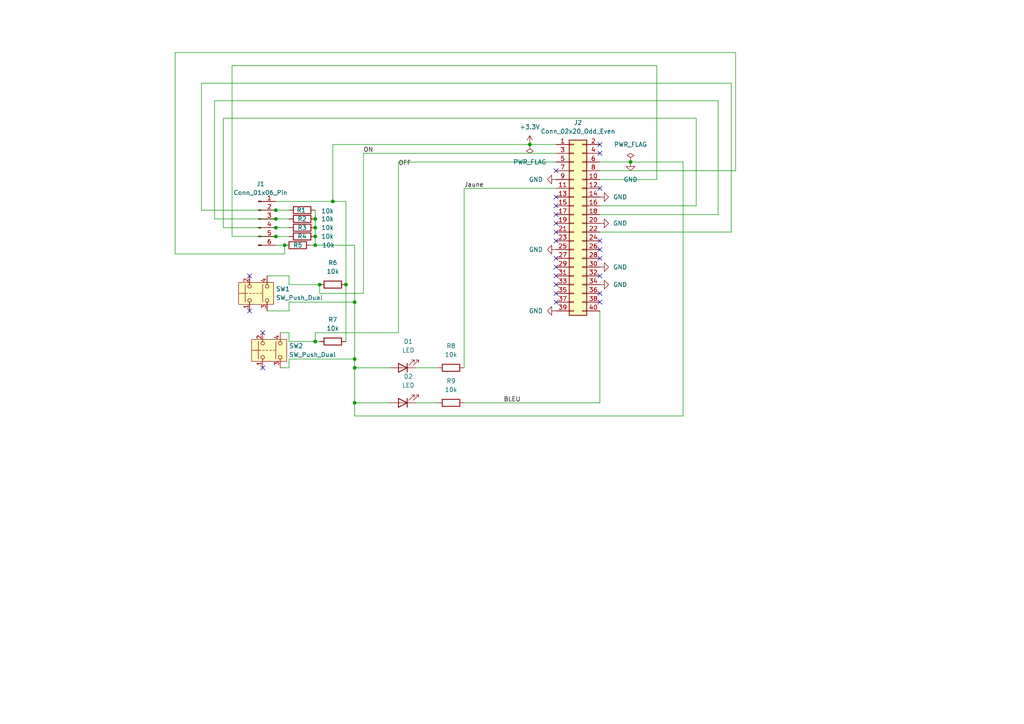
<source format=kicad_sch>
(kicad_sch
	(version 20231120)
	(generator "eeschema")
	(generator_version "8.0")
	(uuid "6551a568-058c-4cd4-93db-3ab7eff60043")
	(paper "A4")
	(lib_symbols
		(symbol "Connector:Conn_01x06_Pin"
			(pin_names
				(offset 1.016) hide)
			(exclude_from_sim no)
			(in_bom yes)
			(on_board yes)
			(property "Reference" "J"
				(at 0 7.62 0)
				(effects
					(font
						(size 1.27 1.27)
					)
				)
			)
			(property "Value" "Conn_01x06_Pin"
				(at 0 -10.16 0)
				(effects
					(font
						(size 1.27 1.27)
					)
				)
			)
			(property "Footprint" ""
				(at 0 0 0)
				(effects
					(font
						(size 1.27 1.27)
					)
					(hide yes)
				)
			)
			(property "Datasheet" "~"
				(at 0 0 0)
				(effects
					(font
						(size 1.27 1.27)
					)
					(hide yes)
				)
			)
			(property "Description" "Generic connector, single row, 01x06, script generated"
				(at 0 0 0)
				(effects
					(font
						(size 1.27 1.27)
					)
					(hide yes)
				)
			)
			(property "ki_locked" ""
				(at 0 0 0)
				(effects
					(font
						(size 1.27 1.27)
					)
				)
			)
			(property "ki_keywords" "connector"
				(at 0 0 0)
				(effects
					(font
						(size 1.27 1.27)
					)
					(hide yes)
				)
			)
			(property "ki_fp_filters" "Connector*:*_1x??_*"
				(at 0 0 0)
				(effects
					(font
						(size 1.27 1.27)
					)
					(hide yes)
				)
			)
			(symbol "Conn_01x06_Pin_1_1"
				(polyline
					(pts
						(xy 1.27 -7.62) (xy 0.8636 -7.62)
					)
					(stroke
						(width 0.1524)
						(type default)
					)
					(fill
						(type none)
					)
				)
				(polyline
					(pts
						(xy 1.27 -5.08) (xy 0.8636 -5.08)
					)
					(stroke
						(width 0.1524)
						(type default)
					)
					(fill
						(type none)
					)
				)
				(polyline
					(pts
						(xy 1.27 -2.54) (xy 0.8636 -2.54)
					)
					(stroke
						(width 0.1524)
						(type default)
					)
					(fill
						(type none)
					)
				)
				(polyline
					(pts
						(xy 1.27 0) (xy 0.8636 0)
					)
					(stroke
						(width 0.1524)
						(type default)
					)
					(fill
						(type none)
					)
				)
				(polyline
					(pts
						(xy 1.27 2.54) (xy 0.8636 2.54)
					)
					(stroke
						(width 0.1524)
						(type default)
					)
					(fill
						(type none)
					)
				)
				(polyline
					(pts
						(xy 1.27 5.08) (xy 0.8636 5.08)
					)
					(stroke
						(width 0.1524)
						(type default)
					)
					(fill
						(type none)
					)
				)
				(rectangle
					(start 0.8636 -7.493)
					(end 0 -7.747)
					(stroke
						(width 0.1524)
						(type default)
					)
					(fill
						(type outline)
					)
				)
				(rectangle
					(start 0.8636 -4.953)
					(end 0 -5.207)
					(stroke
						(width 0.1524)
						(type default)
					)
					(fill
						(type outline)
					)
				)
				(rectangle
					(start 0.8636 -2.413)
					(end 0 -2.667)
					(stroke
						(width 0.1524)
						(type default)
					)
					(fill
						(type outline)
					)
				)
				(rectangle
					(start 0.8636 0.127)
					(end 0 -0.127)
					(stroke
						(width 0.1524)
						(type default)
					)
					(fill
						(type outline)
					)
				)
				(rectangle
					(start 0.8636 2.667)
					(end 0 2.413)
					(stroke
						(width 0.1524)
						(type default)
					)
					(fill
						(type outline)
					)
				)
				(rectangle
					(start 0.8636 5.207)
					(end 0 4.953)
					(stroke
						(width 0.1524)
						(type default)
					)
					(fill
						(type outline)
					)
				)
				(pin passive line
					(at 5.08 5.08 180)
					(length 3.81)
					(name "Pin_1"
						(effects
							(font
								(size 1.27 1.27)
							)
						)
					)
					(number "1"
						(effects
							(font
								(size 1.27 1.27)
							)
						)
					)
				)
				(pin passive line
					(at 5.08 2.54 180)
					(length 3.81)
					(name "Pin_2"
						(effects
							(font
								(size 1.27 1.27)
							)
						)
					)
					(number "2"
						(effects
							(font
								(size 1.27 1.27)
							)
						)
					)
				)
				(pin passive line
					(at 5.08 0 180)
					(length 3.81)
					(name "Pin_3"
						(effects
							(font
								(size 1.27 1.27)
							)
						)
					)
					(number "3"
						(effects
							(font
								(size 1.27 1.27)
							)
						)
					)
				)
				(pin passive line
					(at 5.08 -2.54 180)
					(length 3.81)
					(name "Pin_4"
						(effects
							(font
								(size 1.27 1.27)
							)
						)
					)
					(number "4"
						(effects
							(font
								(size 1.27 1.27)
							)
						)
					)
				)
				(pin passive line
					(at 5.08 -5.08 180)
					(length 3.81)
					(name "Pin_5"
						(effects
							(font
								(size 1.27 1.27)
							)
						)
					)
					(number "5"
						(effects
							(font
								(size 1.27 1.27)
							)
						)
					)
				)
				(pin passive line
					(at 5.08 -7.62 180)
					(length 3.81)
					(name "Pin_6"
						(effects
							(font
								(size 1.27 1.27)
							)
						)
					)
					(number "6"
						(effects
							(font
								(size 1.27 1.27)
							)
						)
					)
				)
			)
		)
		(symbol "Connector_Generic:Conn_02x20_Odd_Even"
			(pin_names
				(offset 1.016) hide)
			(exclude_from_sim no)
			(in_bom yes)
			(on_board yes)
			(property "Reference" "J"
				(at 1.27 25.4 0)
				(effects
					(font
						(size 1.27 1.27)
					)
				)
			)
			(property "Value" "Conn_02x20_Odd_Even"
				(at 1.27 -27.94 0)
				(effects
					(font
						(size 1.27 1.27)
					)
				)
			)
			(property "Footprint" ""
				(at 0 0 0)
				(effects
					(font
						(size 1.27 1.27)
					)
					(hide yes)
				)
			)
			(property "Datasheet" "~"
				(at 0 0 0)
				(effects
					(font
						(size 1.27 1.27)
					)
					(hide yes)
				)
			)
			(property "Description" "Generic connector, double row, 02x20, odd/even pin numbering scheme (row 1 odd numbers, row 2 even numbers), script generated (kicad-library-utils/schlib/autogen/connector/)"
				(at 0 0 0)
				(effects
					(font
						(size 1.27 1.27)
					)
					(hide yes)
				)
			)
			(property "ki_keywords" "connector"
				(at 0 0 0)
				(effects
					(font
						(size 1.27 1.27)
					)
					(hide yes)
				)
			)
			(property "ki_fp_filters" "Connector*:*_2x??_*"
				(at 0 0 0)
				(effects
					(font
						(size 1.27 1.27)
					)
					(hide yes)
				)
			)
			(symbol "Conn_02x20_Odd_Even_1_1"
				(rectangle
					(start -1.27 -25.273)
					(end 0 -25.527)
					(stroke
						(width 0.1524)
						(type default)
					)
					(fill
						(type none)
					)
				)
				(rectangle
					(start -1.27 -22.733)
					(end 0 -22.987)
					(stroke
						(width 0.1524)
						(type default)
					)
					(fill
						(type none)
					)
				)
				(rectangle
					(start -1.27 -20.193)
					(end 0 -20.447)
					(stroke
						(width 0.1524)
						(type default)
					)
					(fill
						(type none)
					)
				)
				(rectangle
					(start -1.27 -17.653)
					(end 0 -17.907)
					(stroke
						(width 0.1524)
						(type default)
					)
					(fill
						(type none)
					)
				)
				(rectangle
					(start -1.27 -15.113)
					(end 0 -15.367)
					(stroke
						(width 0.1524)
						(type default)
					)
					(fill
						(type none)
					)
				)
				(rectangle
					(start -1.27 -12.573)
					(end 0 -12.827)
					(stroke
						(width 0.1524)
						(type default)
					)
					(fill
						(type none)
					)
				)
				(rectangle
					(start -1.27 -10.033)
					(end 0 -10.287)
					(stroke
						(width 0.1524)
						(type default)
					)
					(fill
						(type none)
					)
				)
				(rectangle
					(start -1.27 -7.493)
					(end 0 -7.747)
					(stroke
						(width 0.1524)
						(type default)
					)
					(fill
						(type none)
					)
				)
				(rectangle
					(start -1.27 -4.953)
					(end 0 -5.207)
					(stroke
						(width 0.1524)
						(type default)
					)
					(fill
						(type none)
					)
				)
				(rectangle
					(start -1.27 -2.413)
					(end 0 -2.667)
					(stroke
						(width 0.1524)
						(type default)
					)
					(fill
						(type none)
					)
				)
				(rectangle
					(start -1.27 0.127)
					(end 0 -0.127)
					(stroke
						(width 0.1524)
						(type default)
					)
					(fill
						(type none)
					)
				)
				(rectangle
					(start -1.27 2.667)
					(end 0 2.413)
					(stroke
						(width 0.1524)
						(type default)
					)
					(fill
						(type none)
					)
				)
				(rectangle
					(start -1.27 5.207)
					(end 0 4.953)
					(stroke
						(width 0.1524)
						(type default)
					)
					(fill
						(type none)
					)
				)
				(rectangle
					(start -1.27 7.747)
					(end 0 7.493)
					(stroke
						(width 0.1524)
						(type default)
					)
					(fill
						(type none)
					)
				)
				(rectangle
					(start -1.27 10.287)
					(end 0 10.033)
					(stroke
						(width 0.1524)
						(type default)
					)
					(fill
						(type none)
					)
				)
				(rectangle
					(start -1.27 12.827)
					(end 0 12.573)
					(stroke
						(width 0.1524)
						(type default)
					)
					(fill
						(type none)
					)
				)
				(rectangle
					(start -1.27 15.367)
					(end 0 15.113)
					(stroke
						(width 0.1524)
						(type default)
					)
					(fill
						(type none)
					)
				)
				(rectangle
					(start -1.27 17.907)
					(end 0 17.653)
					(stroke
						(width 0.1524)
						(type default)
					)
					(fill
						(type none)
					)
				)
				(rectangle
					(start -1.27 20.447)
					(end 0 20.193)
					(stroke
						(width 0.1524)
						(type default)
					)
					(fill
						(type none)
					)
				)
				(rectangle
					(start -1.27 22.987)
					(end 0 22.733)
					(stroke
						(width 0.1524)
						(type default)
					)
					(fill
						(type none)
					)
				)
				(rectangle
					(start -1.27 24.13)
					(end 3.81 -26.67)
					(stroke
						(width 0.254)
						(type default)
					)
					(fill
						(type background)
					)
				)
				(rectangle
					(start 3.81 -25.273)
					(end 2.54 -25.527)
					(stroke
						(width 0.1524)
						(type default)
					)
					(fill
						(type none)
					)
				)
				(rectangle
					(start 3.81 -22.733)
					(end 2.54 -22.987)
					(stroke
						(width 0.1524)
						(type default)
					)
					(fill
						(type none)
					)
				)
				(rectangle
					(start 3.81 -20.193)
					(end 2.54 -20.447)
					(stroke
						(width 0.1524)
						(type default)
					)
					(fill
						(type none)
					)
				)
				(rectangle
					(start 3.81 -17.653)
					(end 2.54 -17.907)
					(stroke
						(width 0.1524)
						(type default)
					)
					(fill
						(type none)
					)
				)
				(rectangle
					(start 3.81 -15.113)
					(end 2.54 -15.367)
					(stroke
						(width 0.1524)
						(type default)
					)
					(fill
						(type none)
					)
				)
				(rectangle
					(start 3.81 -12.573)
					(end 2.54 -12.827)
					(stroke
						(width 0.1524)
						(type default)
					)
					(fill
						(type none)
					)
				)
				(rectangle
					(start 3.81 -10.033)
					(end 2.54 -10.287)
					(stroke
						(width 0.1524)
						(type default)
					)
					(fill
						(type none)
					)
				)
				(rectangle
					(start 3.81 -7.493)
					(end 2.54 -7.747)
					(stroke
						(width 0.1524)
						(type default)
					)
					(fill
						(type none)
					)
				)
				(rectangle
					(start 3.81 -4.953)
					(end 2.54 -5.207)
					(stroke
						(width 0.1524)
						(type default)
					)
					(fill
						(type none)
					)
				)
				(rectangle
					(start 3.81 -2.413)
					(end 2.54 -2.667)
					(stroke
						(width 0.1524)
						(type default)
					)
					(fill
						(type none)
					)
				)
				(rectangle
					(start 3.81 0.127)
					(end 2.54 -0.127)
					(stroke
						(width 0.1524)
						(type default)
					)
					(fill
						(type none)
					)
				)
				(rectangle
					(start 3.81 2.667)
					(end 2.54 2.413)
					(stroke
						(width 0.1524)
						(type default)
					)
					(fill
						(type none)
					)
				)
				(rectangle
					(start 3.81 5.207)
					(end 2.54 4.953)
					(stroke
						(width 0.1524)
						(type default)
					)
					(fill
						(type none)
					)
				)
				(rectangle
					(start 3.81 7.747)
					(end 2.54 7.493)
					(stroke
						(width 0.1524)
						(type default)
					)
					(fill
						(type none)
					)
				)
				(rectangle
					(start 3.81 10.287)
					(end 2.54 10.033)
					(stroke
						(width 0.1524)
						(type default)
					)
					(fill
						(type none)
					)
				)
				(rectangle
					(start 3.81 12.827)
					(end 2.54 12.573)
					(stroke
						(width 0.1524)
						(type default)
					)
					(fill
						(type none)
					)
				)
				(rectangle
					(start 3.81 15.367)
					(end 2.54 15.113)
					(stroke
						(width 0.1524)
						(type default)
					)
					(fill
						(type none)
					)
				)
				(rectangle
					(start 3.81 17.907)
					(end 2.54 17.653)
					(stroke
						(width 0.1524)
						(type default)
					)
					(fill
						(type none)
					)
				)
				(rectangle
					(start 3.81 20.447)
					(end 2.54 20.193)
					(stroke
						(width 0.1524)
						(type default)
					)
					(fill
						(type none)
					)
				)
				(rectangle
					(start 3.81 22.987)
					(end 2.54 22.733)
					(stroke
						(width 0.1524)
						(type default)
					)
					(fill
						(type none)
					)
				)
				(pin passive line
					(at -5.08 22.86 0)
					(length 3.81)
					(name "Pin_1"
						(effects
							(font
								(size 1.27 1.27)
							)
						)
					)
					(number "1"
						(effects
							(font
								(size 1.27 1.27)
							)
						)
					)
				)
				(pin passive line
					(at 7.62 12.7 180)
					(length 3.81)
					(name "Pin_10"
						(effects
							(font
								(size 1.27 1.27)
							)
						)
					)
					(number "10"
						(effects
							(font
								(size 1.27 1.27)
							)
						)
					)
				)
				(pin passive line
					(at -5.08 10.16 0)
					(length 3.81)
					(name "Pin_11"
						(effects
							(font
								(size 1.27 1.27)
							)
						)
					)
					(number "11"
						(effects
							(font
								(size 1.27 1.27)
							)
						)
					)
				)
				(pin passive line
					(at 7.62 10.16 180)
					(length 3.81)
					(name "Pin_12"
						(effects
							(font
								(size 1.27 1.27)
							)
						)
					)
					(number "12"
						(effects
							(font
								(size 1.27 1.27)
							)
						)
					)
				)
				(pin passive line
					(at -5.08 7.62 0)
					(length 3.81)
					(name "Pin_13"
						(effects
							(font
								(size 1.27 1.27)
							)
						)
					)
					(number "13"
						(effects
							(font
								(size 1.27 1.27)
							)
						)
					)
				)
				(pin passive line
					(at 7.62 7.62 180)
					(length 3.81)
					(name "Pin_14"
						(effects
							(font
								(size 1.27 1.27)
							)
						)
					)
					(number "14"
						(effects
							(font
								(size 1.27 1.27)
							)
						)
					)
				)
				(pin passive line
					(at -5.08 5.08 0)
					(length 3.81)
					(name "Pin_15"
						(effects
							(font
								(size 1.27 1.27)
							)
						)
					)
					(number "15"
						(effects
							(font
								(size 1.27 1.27)
							)
						)
					)
				)
				(pin passive line
					(at 7.62 5.08 180)
					(length 3.81)
					(name "Pin_16"
						(effects
							(font
								(size 1.27 1.27)
							)
						)
					)
					(number "16"
						(effects
							(font
								(size 1.27 1.27)
							)
						)
					)
				)
				(pin passive line
					(at -5.08 2.54 0)
					(length 3.81)
					(name "Pin_17"
						(effects
							(font
								(size 1.27 1.27)
							)
						)
					)
					(number "17"
						(effects
							(font
								(size 1.27 1.27)
							)
						)
					)
				)
				(pin passive line
					(at 7.62 2.54 180)
					(length 3.81)
					(name "Pin_18"
						(effects
							(font
								(size 1.27 1.27)
							)
						)
					)
					(number "18"
						(effects
							(font
								(size 1.27 1.27)
							)
						)
					)
				)
				(pin passive line
					(at -5.08 0 0)
					(length 3.81)
					(name "Pin_19"
						(effects
							(font
								(size 1.27 1.27)
							)
						)
					)
					(number "19"
						(effects
							(font
								(size 1.27 1.27)
							)
						)
					)
				)
				(pin passive line
					(at 7.62 22.86 180)
					(length 3.81)
					(name "Pin_2"
						(effects
							(font
								(size 1.27 1.27)
							)
						)
					)
					(number "2"
						(effects
							(font
								(size 1.27 1.27)
							)
						)
					)
				)
				(pin passive line
					(at 7.62 0 180)
					(length 3.81)
					(name "Pin_20"
						(effects
							(font
								(size 1.27 1.27)
							)
						)
					)
					(number "20"
						(effects
							(font
								(size 1.27 1.27)
							)
						)
					)
				)
				(pin passive line
					(at -5.08 -2.54 0)
					(length 3.81)
					(name "Pin_21"
						(effects
							(font
								(size 1.27 1.27)
							)
						)
					)
					(number "21"
						(effects
							(font
								(size 1.27 1.27)
							)
						)
					)
				)
				(pin passive line
					(at 7.62 -2.54 180)
					(length 3.81)
					(name "Pin_22"
						(effects
							(font
								(size 1.27 1.27)
							)
						)
					)
					(number "22"
						(effects
							(font
								(size 1.27 1.27)
							)
						)
					)
				)
				(pin passive line
					(at -5.08 -5.08 0)
					(length 3.81)
					(name "Pin_23"
						(effects
							(font
								(size 1.27 1.27)
							)
						)
					)
					(number "23"
						(effects
							(font
								(size 1.27 1.27)
							)
						)
					)
				)
				(pin passive line
					(at 7.62 -5.08 180)
					(length 3.81)
					(name "Pin_24"
						(effects
							(font
								(size 1.27 1.27)
							)
						)
					)
					(number "24"
						(effects
							(font
								(size 1.27 1.27)
							)
						)
					)
				)
				(pin passive line
					(at -5.08 -7.62 0)
					(length 3.81)
					(name "Pin_25"
						(effects
							(font
								(size 1.27 1.27)
							)
						)
					)
					(number "25"
						(effects
							(font
								(size 1.27 1.27)
							)
						)
					)
				)
				(pin passive line
					(at 7.62 -7.62 180)
					(length 3.81)
					(name "Pin_26"
						(effects
							(font
								(size 1.27 1.27)
							)
						)
					)
					(number "26"
						(effects
							(font
								(size 1.27 1.27)
							)
						)
					)
				)
				(pin passive line
					(at -5.08 -10.16 0)
					(length 3.81)
					(name "Pin_27"
						(effects
							(font
								(size 1.27 1.27)
							)
						)
					)
					(number "27"
						(effects
							(font
								(size 1.27 1.27)
							)
						)
					)
				)
				(pin passive line
					(at 7.62 -10.16 180)
					(length 3.81)
					(name "Pin_28"
						(effects
							(font
								(size 1.27 1.27)
							)
						)
					)
					(number "28"
						(effects
							(font
								(size 1.27 1.27)
							)
						)
					)
				)
				(pin passive line
					(at -5.08 -12.7 0)
					(length 3.81)
					(name "Pin_29"
						(effects
							(font
								(size 1.27 1.27)
							)
						)
					)
					(number "29"
						(effects
							(font
								(size 1.27 1.27)
							)
						)
					)
				)
				(pin passive line
					(at -5.08 20.32 0)
					(length 3.81)
					(name "Pin_3"
						(effects
							(font
								(size 1.27 1.27)
							)
						)
					)
					(number "3"
						(effects
							(font
								(size 1.27 1.27)
							)
						)
					)
				)
				(pin passive line
					(at 7.62 -12.7 180)
					(length 3.81)
					(name "Pin_30"
						(effects
							(font
								(size 1.27 1.27)
							)
						)
					)
					(number "30"
						(effects
							(font
								(size 1.27 1.27)
							)
						)
					)
				)
				(pin passive line
					(at -5.08 -15.24 0)
					(length 3.81)
					(name "Pin_31"
						(effects
							(font
								(size 1.27 1.27)
							)
						)
					)
					(number "31"
						(effects
							(font
								(size 1.27 1.27)
							)
						)
					)
				)
				(pin passive line
					(at 7.62 -15.24 180)
					(length 3.81)
					(name "Pin_32"
						(effects
							(font
								(size 1.27 1.27)
							)
						)
					)
					(number "32"
						(effects
							(font
								(size 1.27 1.27)
							)
						)
					)
				)
				(pin passive line
					(at -5.08 -17.78 0)
					(length 3.81)
					(name "Pin_33"
						(effects
							(font
								(size 1.27 1.27)
							)
						)
					)
					(number "33"
						(effects
							(font
								(size 1.27 1.27)
							)
						)
					)
				)
				(pin passive line
					(at 7.62 -17.78 180)
					(length 3.81)
					(name "Pin_34"
						(effects
							(font
								(size 1.27 1.27)
							)
						)
					)
					(number "34"
						(effects
							(font
								(size 1.27 1.27)
							)
						)
					)
				)
				(pin passive line
					(at -5.08 -20.32 0)
					(length 3.81)
					(name "Pin_35"
						(effects
							(font
								(size 1.27 1.27)
							)
						)
					)
					(number "35"
						(effects
							(font
								(size 1.27 1.27)
							)
						)
					)
				)
				(pin passive line
					(at 7.62 -20.32 180)
					(length 3.81)
					(name "Pin_36"
						(effects
							(font
								(size 1.27 1.27)
							)
						)
					)
					(number "36"
						(effects
							(font
								(size 1.27 1.27)
							)
						)
					)
				)
				(pin passive line
					(at -5.08 -22.86 0)
					(length 3.81)
					(name "Pin_37"
						(effects
							(font
								(size 1.27 1.27)
							)
						)
					)
					(number "37"
						(effects
							(font
								(size 1.27 1.27)
							)
						)
					)
				)
				(pin passive line
					(at 7.62 -22.86 180)
					(length 3.81)
					(name "Pin_38"
						(effects
							(font
								(size 1.27 1.27)
							)
						)
					)
					(number "38"
						(effects
							(font
								(size 1.27 1.27)
							)
						)
					)
				)
				(pin passive line
					(at -5.08 -25.4 0)
					(length 3.81)
					(name "Pin_39"
						(effects
							(font
								(size 1.27 1.27)
							)
						)
					)
					(number "39"
						(effects
							(font
								(size 1.27 1.27)
							)
						)
					)
				)
				(pin passive line
					(at 7.62 20.32 180)
					(length 3.81)
					(name "Pin_4"
						(effects
							(font
								(size 1.27 1.27)
							)
						)
					)
					(number "4"
						(effects
							(font
								(size 1.27 1.27)
							)
						)
					)
				)
				(pin passive line
					(at 7.62 -25.4 180)
					(length 3.81)
					(name "Pin_40"
						(effects
							(font
								(size 1.27 1.27)
							)
						)
					)
					(number "40"
						(effects
							(font
								(size 1.27 1.27)
							)
						)
					)
				)
				(pin passive line
					(at -5.08 17.78 0)
					(length 3.81)
					(name "Pin_5"
						(effects
							(font
								(size 1.27 1.27)
							)
						)
					)
					(number "5"
						(effects
							(font
								(size 1.27 1.27)
							)
						)
					)
				)
				(pin passive line
					(at 7.62 17.78 180)
					(length 3.81)
					(name "Pin_6"
						(effects
							(font
								(size 1.27 1.27)
							)
						)
					)
					(number "6"
						(effects
							(font
								(size 1.27 1.27)
							)
						)
					)
				)
				(pin passive line
					(at -5.08 15.24 0)
					(length 3.81)
					(name "Pin_7"
						(effects
							(font
								(size 1.27 1.27)
							)
						)
					)
					(number "7"
						(effects
							(font
								(size 1.27 1.27)
							)
						)
					)
				)
				(pin passive line
					(at 7.62 15.24 180)
					(length 3.81)
					(name "Pin_8"
						(effects
							(font
								(size 1.27 1.27)
							)
						)
					)
					(number "8"
						(effects
							(font
								(size 1.27 1.27)
							)
						)
					)
				)
				(pin passive line
					(at -5.08 12.7 0)
					(length 3.81)
					(name "Pin_9"
						(effects
							(font
								(size 1.27 1.27)
							)
						)
					)
					(number "9"
						(effects
							(font
								(size 1.27 1.27)
							)
						)
					)
				)
			)
		)
		(symbol "Device:LED"
			(pin_numbers hide)
			(pin_names
				(offset 1.016) hide)
			(exclude_from_sim no)
			(in_bom yes)
			(on_board yes)
			(property "Reference" "D"
				(at 0 2.54 0)
				(effects
					(font
						(size 1.27 1.27)
					)
				)
			)
			(property "Value" "LED"
				(at 0 -2.54 0)
				(effects
					(font
						(size 1.27 1.27)
					)
				)
			)
			(property "Footprint" ""
				(at 0 0 0)
				(effects
					(font
						(size 1.27 1.27)
					)
					(hide yes)
				)
			)
			(property "Datasheet" "~"
				(at 0 0 0)
				(effects
					(font
						(size 1.27 1.27)
					)
					(hide yes)
				)
			)
			(property "Description" "Light emitting diode"
				(at 0 0 0)
				(effects
					(font
						(size 1.27 1.27)
					)
					(hide yes)
				)
			)
			(property "ki_keywords" "LED diode"
				(at 0 0 0)
				(effects
					(font
						(size 1.27 1.27)
					)
					(hide yes)
				)
			)
			(property "ki_fp_filters" "LED* LED_SMD:* LED_THT:*"
				(at 0 0 0)
				(effects
					(font
						(size 1.27 1.27)
					)
					(hide yes)
				)
			)
			(symbol "LED_0_1"
				(polyline
					(pts
						(xy -1.27 -1.27) (xy -1.27 1.27)
					)
					(stroke
						(width 0.254)
						(type default)
					)
					(fill
						(type none)
					)
				)
				(polyline
					(pts
						(xy -1.27 0) (xy 1.27 0)
					)
					(stroke
						(width 0)
						(type default)
					)
					(fill
						(type none)
					)
				)
				(polyline
					(pts
						(xy 1.27 -1.27) (xy 1.27 1.27) (xy -1.27 0) (xy 1.27 -1.27)
					)
					(stroke
						(width 0.254)
						(type default)
					)
					(fill
						(type none)
					)
				)
				(polyline
					(pts
						(xy -3.048 -0.762) (xy -4.572 -2.286) (xy -3.81 -2.286) (xy -4.572 -2.286) (xy -4.572 -1.524)
					)
					(stroke
						(width 0)
						(type default)
					)
					(fill
						(type none)
					)
				)
				(polyline
					(pts
						(xy -1.778 -0.762) (xy -3.302 -2.286) (xy -2.54 -2.286) (xy -3.302 -2.286) (xy -3.302 -1.524)
					)
					(stroke
						(width 0)
						(type default)
					)
					(fill
						(type none)
					)
				)
			)
			(symbol "LED_1_1"
				(pin passive line
					(at -3.81 0 0)
					(length 2.54)
					(name "K"
						(effects
							(font
								(size 1.27 1.27)
							)
						)
					)
					(number "1"
						(effects
							(font
								(size 1.27 1.27)
							)
						)
					)
				)
				(pin passive line
					(at 3.81 0 180)
					(length 2.54)
					(name "A"
						(effects
							(font
								(size 1.27 1.27)
							)
						)
					)
					(number "2"
						(effects
							(font
								(size 1.27 1.27)
							)
						)
					)
				)
			)
		)
		(symbol "Device:R"
			(pin_numbers hide)
			(pin_names
				(offset 0)
			)
			(exclude_from_sim no)
			(in_bom yes)
			(on_board yes)
			(property "Reference" "R"
				(at 2.032 0 90)
				(effects
					(font
						(size 1.27 1.27)
					)
				)
			)
			(property "Value" "R"
				(at 0 0 90)
				(effects
					(font
						(size 1.27 1.27)
					)
				)
			)
			(property "Footprint" ""
				(at -1.778 0 90)
				(effects
					(font
						(size 1.27 1.27)
					)
					(hide yes)
				)
			)
			(property "Datasheet" "~"
				(at 0 0 0)
				(effects
					(font
						(size 1.27 1.27)
					)
					(hide yes)
				)
			)
			(property "Description" "Resistor"
				(at 0 0 0)
				(effects
					(font
						(size 1.27 1.27)
					)
					(hide yes)
				)
			)
			(property "ki_keywords" "R res resistor"
				(at 0 0 0)
				(effects
					(font
						(size 1.27 1.27)
					)
					(hide yes)
				)
			)
			(property "ki_fp_filters" "R_*"
				(at 0 0 0)
				(effects
					(font
						(size 1.27 1.27)
					)
					(hide yes)
				)
			)
			(symbol "R_0_1"
				(rectangle
					(start -1.016 -2.54)
					(end 1.016 2.54)
					(stroke
						(width 0.254)
						(type default)
					)
					(fill
						(type none)
					)
				)
			)
			(symbol "R_1_1"
				(pin passive line
					(at 0 3.81 270)
					(length 1.27)
					(name "~"
						(effects
							(font
								(size 1.27 1.27)
							)
						)
					)
					(number "1"
						(effects
							(font
								(size 1.27 1.27)
							)
						)
					)
				)
				(pin passive line
					(at 0 -3.81 90)
					(length 1.27)
					(name "~"
						(effects
							(font
								(size 1.27 1.27)
							)
						)
					)
					(number "2"
						(effects
							(font
								(size 1.27 1.27)
							)
						)
					)
				)
			)
		)
		(symbol "Switch:SW_Push_Dual"
			(pin_names
				(offset 1.016) hide)
			(exclude_from_sim no)
			(in_bom yes)
			(on_board yes)
			(property "Reference" "SW"
				(at 0 7.62 0)
				(effects
					(font
						(size 1.27 1.27)
					)
				)
			)
			(property "Value" "SW_Push_Dual"
				(at 0 -6.35 0)
				(effects
					(font
						(size 1.27 1.27)
					)
				)
			)
			(property "Footprint" ""
				(at 0 7.62 0)
				(effects
					(font
						(size 1.27 1.27)
					)
					(hide yes)
				)
			)
			(property "Datasheet" "~"
				(at 0 0 0)
				(effects
					(font
						(size 1.27 1.27)
					)
					(hide yes)
				)
			)
			(property "Description" "Push button switch, generic, symbol, four pins"
				(at 0 0 0)
				(effects
					(font
						(size 1.27 1.27)
					)
					(hide yes)
				)
			)
			(property "ki_keywords" "switch normally-open pushbutton push-button"
				(at 0 0 0)
				(effects
					(font
						(size 1.27 1.27)
					)
					(hide yes)
				)
			)
			(symbol "SW_Push_Dual_0_1"
				(circle
					(center -2.032 -2.54)
					(radius 0.508)
					(stroke
						(width 0)
						(type default)
					)
					(fill
						(type none)
					)
				)
				(circle
					(center -2.032 2.54)
					(radius 0.508)
					(stroke
						(width 0)
						(type default)
					)
					(fill
						(type none)
					)
				)
				(polyline
					(pts
						(xy 0 -0.508) (xy 0 -1.016)
					)
					(stroke
						(width 0)
						(type default)
					)
					(fill
						(type none)
					)
				)
				(polyline
					(pts
						(xy 0 0.508) (xy 0 0)
					)
					(stroke
						(width 0)
						(type default)
					)
					(fill
						(type none)
					)
				)
				(polyline
					(pts
						(xy 0 1.016) (xy 0 1.524)
					)
					(stroke
						(width 0)
						(type default)
					)
					(fill
						(type none)
					)
				)
				(polyline
					(pts
						(xy 0 2.032) (xy 0 2.54)
					)
					(stroke
						(width 0)
						(type default)
					)
					(fill
						(type none)
					)
				)
				(polyline
					(pts
						(xy 0 3.048) (xy 0 3.556)
					)
					(stroke
						(width 0)
						(type default)
					)
					(fill
						(type none)
					)
				)
				(polyline
					(pts
						(xy 0 3.81) (xy 0 5.588)
					)
					(stroke
						(width 0)
						(type default)
					)
					(fill
						(type none)
					)
				)
				(polyline
					(pts
						(xy 2.54 -1.27) (xy -2.54 -1.27)
					)
					(stroke
						(width 0)
						(type default)
					)
					(fill
						(type none)
					)
				)
				(polyline
					(pts
						(xy 2.54 3.81) (xy -2.54 3.81)
					)
					(stroke
						(width 0)
						(type default)
					)
					(fill
						(type none)
					)
				)
				(circle
					(center 2.032 -2.54)
					(radius 0.508)
					(stroke
						(width 0)
						(type default)
					)
					(fill
						(type none)
					)
				)
				(circle
					(center 2.032 2.54)
					(radius 0.508)
					(stroke
						(width 0)
						(type default)
					)
					(fill
						(type none)
					)
				)
				(pin passive line
					(at -5.08 2.54 0)
					(length 2.54)
					(name "1"
						(effects
							(font
								(size 1.27 1.27)
							)
						)
					)
					(number "1"
						(effects
							(font
								(size 1.27 1.27)
							)
						)
					)
				)
				(pin passive line
					(at 5.08 2.54 180)
					(length 2.54)
					(name "2"
						(effects
							(font
								(size 1.27 1.27)
							)
						)
					)
					(number "2"
						(effects
							(font
								(size 1.27 1.27)
							)
						)
					)
				)
				(pin passive line
					(at -5.08 -2.54 0)
					(length 2.54)
					(name "3"
						(effects
							(font
								(size 1.27 1.27)
							)
						)
					)
					(number "3"
						(effects
							(font
								(size 1.27 1.27)
							)
						)
					)
				)
				(pin passive line
					(at 5.08 -2.54 180)
					(length 2.54)
					(name "4"
						(effects
							(font
								(size 1.27 1.27)
							)
						)
					)
					(number "4"
						(effects
							(font
								(size 1.27 1.27)
							)
						)
					)
				)
			)
			(symbol "SW_Push_Dual_1_1"
				(rectangle
					(start -3.175 5.715)
					(end 3.175 -4.445)
					(stroke
						(width 0)
						(type default)
					)
					(fill
						(type background)
					)
				)
			)
		)
		(symbol "power:+3.3V"
			(power)
			(pin_numbers hide)
			(pin_names
				(offset 0) hide)
			(exclude_from_sim no)
			(in_bom yes)
			(on_board yes)
			(property "Reference" "#PWR"
				(at 0 -3.81 0)
				(effects
					(font
						(size 1.27 1.27)
					)
					(hide yes)
				)
			)
			(property "Value" "+3.3V"
				(at 0 3.556 0)
				(effects
					(font
						(size 1.27 1.27)
					)
				)
			)
			(property "Footprint" ""
				(at 0 0 0)
				(effects
					(font
						(size 1.27 1.27)
					)
					(hide yes)
				)
			)
			(property "Datasheet" ""
				(at 0 0 0)
				(effects
					(font
						(size 1.27 1.27)
					)
					(hide yes)
				)
			)
			(property "Description" "Power symbol creates a global label with name \"+3.3V\""
				(at 0 0 0)
				(effects
					(font
						(size 1.27 1.27)
					)
					(hide yes)
				)
			)
			(property "ki_keywords" "global power"
				(at 0 0 0)
				(effects
					(font
						(size 1.27 1.27)
					)
					(hide yes)
				)
			)
			(symbol "+3.3V_0_1"
				(polyline
					(pts
						(xy -0.762 1.27) (xy 0 2.54)
					)
					(stroke
						(width 0)
						(type default)
					)
					(fill
						(type none)
					)
				)
				(polyline
					(pts
						(xy 0 0) (xy 0 2.54)
					)
					(stroke
						(width 0)
						(type default)
					)
					(fill
						(type none)
					)
				)
				(polyline
					(pts
						(xy 0 2.54) (xy 0.762 1.27)
					)
					(stroke
						(width 0)
						(type default)
					)
					(fill
						(type none)
					)
				)
			)
			(symbol "+3.3V_1_1"
				(pin power_in line
					(at 0 0 90)
					(length 0)
					(name "~"
						(effects
							(font
								(size 1.27 1.27)
							)
						)
					)
					(number "1"
						(effects
							(font
								(size 1.27 1.27)
							)
						)
					)
				)
			)
		)
		(symbol "power:GND"
			(power)
			(pin_numbers hide)
			(pin_names
				(offset 0) hide)
			(exclude_from_sim no)
			(in_bom yes)
			(on_board yes)
			(property "Reference" "#PWR"
				(at 0 -6.35 0)
				(effects
					(font
						(size 1.27 1.27)
					)
					(hide yes)
				)
			)
			(property "Value" "GND"
				(at 0 -3.81 0)
				(effects
					(font
						(size 1.27 1.27)
					)
				)
			)
			(property "Footprint" ""
				(at 0 0 0)
				(effects
					(font
						(size 1.27 1.27)
					)
					(hide yes)
				)
			)
			(property "Datasheet" ""
				(at 0 0 0)
				(effects
					(font
						(size 1.27 1.27)
					)
					(hide yes)
				)
			)
			(property "Description" "Power symbol creates a global label with name \"GND\" , ground"
				(at 0 0 0)
				(effects
					(font
						(size 1.27 1.27)
					)
					(hide yes)
				)
			)
			(property "ki_keywords" "global power"
				(at 0 0 0)
				(effects
					(font
						(size 1.27 1.27)
					)
					(hide yes)
				)
			)
			(symbol "GND_0_1"
				(polyline
					(pts
						(xy 0 0) (xy 0 -1.27) (xy 1.27 -1.27) (xy 0 -2.54) (xy -1.27 -1.27) (xy 0 -1.27)
					)
					(stroke
						(width 0)
						(type default)
					)
					(fill
						(type none)
					)
				)
			)
			(symbol "GND_1_1"
				(pin power_in line
					(at 0 0 270)
					(length 0)
					(name "~"
						(effects
							(font
								(size 1.27 1.27)
							)
						)
					)
					(number "1"
						(effects
							(font
								(size 1.27 1.27)
							)
						)
					)
				)
			)
		)
		(symbol "power:PWR_FLAG"
			(power)
			(pin_numbers hide)
			(pin_names
				(offset 0) hide)
			(exclude_from_sim no)
			(in_bom yes)
			(on_board yes)
			(property "Reference" "#FLG"
				(at 0 1.905 0)
				(effects
					(font
						(size 1.27 1.27)
					)
					(hide yes)
				)
			)
			(property "Value" "PWR_FLAG"
				(at 0 3.81 0)
				(effects
					(font
						(size 1.27 1.27)
					)
				)
			)
			(property "Footprint" ""
				(at 0 0 0)
				(effects
					(font
						(size 1.27 1.27)
					)
					(hide yes)
				)
			)
			(property "Datasheet" "~"
				(at 0 0 0)
				(effects
					(font
						(size 1.27 1.27)
					)
					(hide yes)
				)
			)
			(property "Description" "Special symbol for telling ERC where power comes from"
				(at 0 0 0)
				(effects
					(font
						(size 1.27 1.27)
					)
					(hide yes)
				)
			)
			(property "ki_keywords" "flag power"
				(at 0 0 0)
				(effects
					(font
						(size 1.27 1.27)
					)
					(hide yes)
				)
			)
			(symbol "PWR_FLAG_0_0"
				(pin power_out line
					(at 0 0 90)
					(length 0)
					(name "~"
						(effects
							(font
								(size 1.27 1.27)
							)
						)
					)
					(number "1"
						(effects
							(font
								(size 1.27 1.27)
							)
						)
					)
				)
			)
			(symbol "PWR_FLAG_0_1"
				(polyline
					(pts
						(xy 0 0) (xy 0 1.27) (xy -1.016 1.905) (xy 0 2.54) (xy 1.016 1.905) (xy 0 1.27)
					)
					(stroke
						(width 0)
						(type default)
					)
					(fill
						(type none)
					)
				)
			)
		)
	)
	(junction
		(at 153.67 41.91)
		(diameter 0)
		(color 0 0 0 0)
		(uuid "05d78c32-1751-4559-802a-24019af53202")
	)
	(junction
		(at 91.44 99.06)
		(diameter 0)
		(color 0 0 0 0)
		(uuid "08b7f751-774f-45da-919a-2c665107812c")
	)
	(junction
		(at 91.44 66.04)
		(diameter 0)
		(color 0 0 0 0)
		(uuid "0fdd5bb0-7e31-4605-8c4c-dd0b4c9262e4")
	)
	(junction
		(at 91.44 71.12)
		(diameter 0)
		(color 0 0 0 0)
		(uuid "1cc48f18-823b-41b4-9900-1c89c7806cfc")
	)
	(junction
		(at 96.52 58.42)
		(diameter 0)
		(color 0 0 0 0)
		(uuid "1fbaa00e-068a-4ce4-94c8-188ca81dadad")
	)
	(junction
		(at 80.01 63.5)
		(diameter 0)
		(color 0 0 0 0)
		(uuid "2a9a539a-c60a-4c1a-90ec-0e168bd82ae3")
	)
	(junction
		(at 91.44 63.5)
		(diameter 0)
		(color 0 0 0 0)
		(uuid "2ebe9227-e25b-4e49-b061-f54bfd45e01c")
	)
	(junction
		(at 82.55 71.12)
		(diameter 0)
		(color 0 0 0 0)
		(uuid "46e4f77a-6c2c-4ae3-ae8f-3f1175c1e66e")
	)
	(junction
		(at 102.87 116.84)
		(diameter 0)
		(color 0 0 0 0)
		(uuid "6e6492bd-2284-404f-99f8-e1cef5bb9220")
	)
	(junction
		(at 80.01 66.04)
		(diameter 0)
		(color 0 0 0 0)
		(uuid "8fb949e8-28f5-4734-87b1-69a494c79c3c")
	)
	(junction
		(at 182.88 46.99)
		(diameter 0)
		(color 0 0 0 0)
		(uuid "952e2396-b268-4930-b588-73fd2efa1874")
	)
	(junction
		(at 102.87 106.68)
		(diameter 0)
		(color 0 0 0 0)
		(uuid "9e801b33-b9e9-4224-8f95-eb6ed880ac3b")
	)
	(junction
		(at 100.33 82.55)
		(diameter 0)
		(color 0 0 0 0)
		(uuid "9fa08898-8ea4-49af-988c-3f4423bfb4d1")
	)
	(junction
		(at 102.87 87.63)
		(diameter 0)
		(color 0 0 0 0)
		(uuid "ae9250b7-e5b0-4487-88d0-b01338225135")
	)
	(junction
		(at 92.71 82.55)
		(diameter 0)
		(color 0 0 0 0)
		(uuid "ca3196fb-2bc7-49ed-88ce-e3a68458db91")
	)
	(junction
		(at 102.87 104.14)
		(diameter 0)
		(color 0 0 0 0)
		(uuid "eb212e3b-ddb4-404d-a210-cd1c55de6dae")
	)
	(junction
		(at 80.01 60.96)
		(diameter 0)
		(color 0 0 0 0)
		(uuid "eca02991-0154-45e8-a974-7e3b6f9d7b14")
	)
	(junction
		(at 80.01 68.58)
		(diameter 0)
		(color 0 0 0 0)
		(uuid "ee634d24-be5b-4404-b1cf-fc9d6fa05285")
	)
	(junction
		(at 91.44 68.58)
		(diameter 0)
		(color 0 0 0 0)
		(uuid "f07bee51-8b55-4dd0-b679-514a1b374696")
	)
	(no_connect
		(at 76.2 96.52)
		(uuid "03575a8a-4d62-46c8-b0ca-8fd68114a502")
	)
	(no_connect
		(at 76.2 106.68)
		(uuid "113852cb-8d43-4e92-8d01-b621f0bd60dd")
	)
	(no_connect
		(at 173.99 54.61)
		(uuid "174f9cb9-e63f-4f00-b5ef-f8739becf02b")
	)
	(no_connect
		(at 161.29 80.01)
		(uuid "29a430e5-299a-4abb-9446-736620842419")
	)
	(no_connect
		(at 173.99 69.85)
		(uuid "2c1523ac-1920-402c-879c-4a8695da2cea")
	)
	(no_connect
		(at 173.99 44.45)
		(uuid "3cedc6b4-1db6-4646-a434-79111a72b207")
	)
	(no_connect
		(at 161.29 59.69)
		(uuid "4e233a0d-df40-4d61-a44f-69d80fa9d04b")
	)
	(no_connect
		(at 173.99 41.91)
		(uuid "7f6579a3-2e87-40c9-ad58-179229ea278b")
	)
	(no_connect
		(at 161.29 85.09)
		(uuid "839230c3-42c1-4d0f-b92c-54ddfd1862bb")
	)
	(no_connect
		(at 72.39 80.01)
		(uuid "8ca24fdc-6845-4d5e-a0ca-1bb43b080670")
	)
	(no_connect
		(at 161.29 64.77)
		(uuid "8ff1c53f-9bd1-4ed4-b8f1-143b5a961d43")
	)
	(no_connect
		(at 72.39 90.17)
		(uuid "981b1366-8d91-4e70-ac56-cf40ef3966d7")
	)
	(no_connect
		(at 161.29 62.23)
		(uuid "9cbc491f-56dd-4cc9-ba6e-093cf3ac0384")
	)
	(no_connect
		(at 161.29 69.85)
		(uuid "a26628c0-49ee-40d1-8f71-8e4baa86dcaa")
	)
	(no_connect
		(at 173.99 80.01)
		(uuid "b41545f3-606a-4606-9b3b-3307f085fa09")
	)
	(no_connect
		(at 173.99 87.63)
		(uuid "ba7a0478-75b0-41ac-a717-0aae2f9fcfe1")
	)
	(no_connect
		(at 161.29 82.55)
		(uuid "bc03477b-8c31-46bc-93a6-6e5d31d87a27")
	)
	(no_connect
		(at 161.29 77.47)
		(uuid "bf068626-1b7b-4be8-905c-3daa4580d608")
	)
	(no_connect
		(at 173.99 85.09)
		(uuid "ccb26a7a-e19c-499c-a98d-69e8ec51c12d")
	)
	(no_connect
		(at 173.99 72.39)
		(uuid "d2ca1577-db20-4b32-95dc-9fc7c40685cc")
	)
	(no_connect
		(at 161.29 57.15)
		(uuid "d3ef352e-a9bc-455b-8cfd-8948b937f2db")
	)
	(no_connect
		(at 161.29 67.31)
		(uuid "de5c710d-be51-4e94-b412-163a89012809")
	)
	(no_connect
		(at 161.29 49.53)
		(uuid "e3ae48b9-111f-472d-8240-84910bdd6738")
	)
	(no_connect
		(at 161.29 87.63)
		(uuid "f125345e-e959-4877-8718-b34345eea356")
	)
	(no_connect
		(at 161.29 74.93)
		(uuid "f2a3dfc6-3987-433a-b030-d7cfc11ec38f")
	)
	(no_connect
		(at 173.99 74.93)
		(uuid "fa42aaaa-2ff8-480c-9a4a-25153461bb8f")
	)
	(wire
		(pts
			(xy 120.65 116.84) (xy 127 116.84)
		)
		(stroke
			(width 0)
			(type default)
		)
		(uuid "0406aeb8-eed3-40f9-9414-fa39d4b524be")
	)
	(wire
		(pts
			(xy 80.01 58.42) (xy 96.52 58.42)
		)
		(stroke
			(width 0)
			(type default)
		)
		(uuid "0c7ae841-7fe6-497d-9eb8-828a617f3d42")
	)
	(wire
		(pts
			(xy 83.82 106.68) (xy 81.28 106.68)
		)
		(stroke
			(width 0)
			(type default)
		)
		(uuid "0dca5f43-0f79-4b3a-99c6-185415756cb4")
	)
	(wire
		(pts
			(xy 173.99 59.69) (xy 201.93 59.69)
		)
		(stroke
			(width 0)
			(type default)
		)
		(uuid "173ae6e8-312b-4279-b4c1-df682208d3c8")
	)
	(wire
		(pts
			(xy 80.01 66.04) (xy 83.82 66.04)
		)
		(stroke
			(width 0)
			(type default)
		)
		(uuid "1fb65fef-4eda-43d5-b431-d096495df4de")
	)
	(wire
		(pts
			(xy 102.87 87.63) (xy 102.87 104.14)
		)
		(stroke
			(width 0)
			(type default)
		)
		(uuid "241a912c-5cd9-469e-b52a-c6c3f692b75c")
	)
	(wire
		(pts
			(xy 102.87 120.65) (xy 198.12 120.65)
		)
		(stroke
			(width 0)
			(type default)
		)
		(uuid "243fdbb5-c804-478c-b684-0ee2abedefa6")
	)
	(wire
		(pts
			(xy 91.44 71.12) (xy 102.87 71.12)
		)
		(stroke
			(width 0)
			(type default)
		)
		(uuid "25f7d5d8-32d8-4a04-a5c8-7723a1e0247b")
	)
	(wire
		(pts
			(xy 67.31 19.05) (xy 190.5 19.05)
		)
		(stroke
			(width 0)
			(type default)
		)
		(uuid "2c9a1491-14d2-4173-9056-5844244418a3")
	)
	(wire
		(pts
			(xy 208.28 62.23) (xy 208.28 29.21)
		)
		(stroke
			(width 0)
			(type default)
		)
		(uuid "2f07680f-11bd-4135-86ee-56b8ca435d92")
	)
	(wire
		(pts
			(xy 83.82 82.55) (xy 92.71 82.55)
		)
		(stroke
			(width 0)
			(type default)
		)
		(uuid "30edf337-7d01-4579-b707-602af47c3349")
	)
	(wire
		(pts
			(xy 80.01 68.58) (xy 83.82 68.58)
		)
		(stroke
			(width 0)
			(type default)
		)
		(uuid "3651a098-3da6-438e-8c77-6c38031558ca")
	)
	(wire
		(pts
			(xy 62.23 63.5) (xy 80.01 63.5)
		)
		(stroke
			(width 0)
			(type default)
		)
		(uuid "386d66da-e743-49cb-9cc7-98a612486d60")
	)
	(wire
		(pts
			(xy 105.41 85.09) (xy 92.71 85.09)
		)
		(stroke
			(width 0)
			(type default)
		)
		(uuid "3d0647c2-6420-426b-9ad7-d93b684989ae")
	)
	(wire
		(pts
			(xy 161.29 54.61) (xy 134.62 54.61)
		)
		(stroke
			(width 0)
			(type default)
		)
		(uuid "3d209bd0-3cfd-4bb4-81e2-21774ea1d86a")
	)
	(wire
		(pts
			(xy 161.29 44.45) (xy 105.41 44.45)
		)
		(stroke
			(width 0)
			(type default)
		)
		(uuid "3fe01381-ef23-4340-b699-e66227a02cc7")
	)
	(wire
		(pts
			(xy 198.12 46.99) (xy 182.88 46.99)
		)
		(stroke
			(width 0)
			(type default)
		)
		(uuid "4838e537-fe20-4b90-94b7-e44d98e78a4e")
	)
	(wire
		(pts
			(xy 90.17 71.12) (xy 91.44 71.12)
		)
		(stroke
			(width 0)
			(type default)
		)
		(uuid "49018710-093e-4db8-b1a2-0c6fb3437763")
	)
	(wire
		(pts
			(xy 64.77 34.29) (xy 64.77 66.04)
		)
		(stroke
			(width 0)
			(type default)
		)
		(uuid "49efb802-c199-428c-b2e6-94c53b8b965d")
	)
	(wire
		(pts
			(xy 91.44 68.58) (xy 91.44 71.12)
		)
		(stroke
			(width 0)
			(type default)
		)
		(uuid "4c8c4769-9cdd-4176-8ca3-928c83f30bf8")
	)
	(wire
		(pts
			(xy 58.42 24.13) (xy 58.42 60.96)
		)
		(stroke
			(width 0)
			(type default)
		)
		(uuid "4d1990aa-4872-4e2c-b3f6-a9f48272e4c9")
	)
	(wire
		(pts
			(xy 82.55 73.66) (xy 50.8 73.66)
		)
		(stroke
			(width 0)
			(type default)
		)
		(uuid "50d22f1e-5072-4319-a1ac-1aee7bcd6f27")
	)
	(wire
		(pts
			(xy 67.31 68.58) (xy 67.31 19.05)
		)
		(stroke
			(width 0)
			(type default)
		)
		(uuid "544ba4a3-9d67-4cd2-81e5-35cc1e814c68")
	)
	(wire
		(pts
			(xy 120.65 106.68) (xy 127 106.68)
		)
		(stroke
			(width 0)
			(type default)
		)
		(uuid "57b5670d-911a-45a1-865a-083afe8eb15f")
	)
	(wire
		(pts
			(xy 58.42 60.96) (xy 80.01 60.96)
		)
		(stroke
			(width 0)
			(type default)
		)
		(uuid "5a10ef82-1044-438b-9a9c-04b0b609d262")
	)
	(wire
		(pts
			(xy 198.12 120.65) (xy 198.12 46.99)
		)
		(stroke
			(width 0)
			(type default)
		)
		(uuid "5d9394f0-fbbc-4c27-87af-1f5832a20502")
	)
	(wire
		(pts
			(xy 92.71 85.09) (xy 92.71 82.55)
		)
		(stroke
			(width 0)
			(type default)
		)
		(uuid "61b3cb9f-df6c-4644-8301-f057f3875473")
	)
	(wire
		(pts
			(xy 83.82 82.55) (xy 83.82 80.01)
		)
		(stroke
			(width 0)
			(type default)
		)
		(uuid "6495e5ae-5796-4182-9f30-56cdb923c96d")
	)
	(wire
		(pts
			(xy 50.8 73.66) (xy 50.8 15.24)
		)
		(stroke
			(width 0)
			(type default)
		)
		(uuid "65566ef7-eca8-4f01-8087-0f5e34657fbb")
	)
	(wire
		(pts
			(xy 96.52 41.91) (xy 96.52 58.42)
		)
		(stroke
			(width 0)
			(type default)
		)
		(uuid "67aec9e2-0278-4f21-a99b-40a23171028e")
	)
	(wire
		(pts
			(xy 91.44 60.96) (xy 91.44 63.5)
		)
		(stroke
			(width 0)
			(type default)
		)
		(uuid "693961fc-3055-42bc-9c57-c939ed64626e")
	)
	(wire
		(pts
			(xy 96.52 41.91) (xy 153.67 41.91)
		)
		(stroke
			(width 0)
			(type default)
		)
		(uuid "695a0e79-08a7-4a32-9487-09799b2325c9")
	)
	(wire
		(pts
			(xy 100.33 82.55) (xy 100.33 99.06)
		)
		(stroke
			(width 0)
			(type default)
		)
		(uuid "69e07466-b998-4153-9dcd-febfe0d790b3")
	)
	(wire
		(pts
			(xy 213.36 49.53) (xy 173.99 49.53)
		)
		(stroke
			(width 0)
			(type default)
		)
		(uuid "72066111-ab26-4f36-88b2-b9e692324337")
	)
	(wire
		(pts
			(xy 173.99 116.84) (xy 134.62 116.84)
		)
		(stroke
			(width 0)
			(type default)
		)
		(uuid "72e5ef27-7043-4185-b8c8-8788db6cb871")
	)
	(wire
		(pts
			(xy 173.99 62.23) (xy 208.28 62.23)
		)
		(stroke
			(width 0)
			(type default)
		)
		(uuid "765da968-7da7-4da0-bb5c-0a31e7ca97f2")
	)
	(wire
		(pts
			(xy 190.5 19.05) (xy 190.5 52.07)
		)
		(stroke
			(width 0)
			(type default)
		)
		(uuid "781d7de0-a2bf-4fa9-9dce-d06a5392f700")
	)
	(wire
		(pts
			(xy 208.28 29.21) (xy 62.23 29.21)
		)
		(stroke
			(width 0)
			(type default)
		)
		(uuid "7a003fd0-c8a0-4dff-a56a-a85d7bea67fe")
	)
	(wire
		(pts
			(xy 190.5 52.07) (xy 173.99 52.07)
		)
		(stroke
			(width 0)
			(type default)
		)
		(uuid "7c6a7305-3d33-4dbd-bf22-bf2020498b6d")
	)
	(wire
		(pts
			(xy 105.41 44.45) (xy 105.41 85.09)
		)
		(stroke
			(width 0)
			(type default)
		)
		(uuid "80f5d45c-991a-4123-832a-8c7a82b4430f")
	)
	(wire
		(pts
			(xy 83.82 87.63) (xy 102.87 87.63)
		)
		(stroke
			(width 0)
			(type default)
		)
		(uuid "823020d8-559d-49a8-9b94-fc3d33b8f622")
	)
	(wire
		(pts
			(xy 62.23 29.21) (xy 62.23 63.5)
		)
		(stroke
			(width 0)
			(type default)
		)
		(uuid "8312adc8-02fc-4119-9e39-b6d7585fe6e3")
	)
	(wire
		(pts
			(xy 83.82 96.52) (xy 81.28 96.52)
		)
		(stroke
			(width 0)
			(type default)
		)
		(uuid "8442abd4-7536-4173-9a81-a27e89b46002")
	)
	(wire
		(pts
			(xy 67.31 68.58) (xy 80.01 68.58)
		)
		(stroke
			(width 0)
			(type default)
		)
		(uuid "87b7cd29-4feb-4b1d-a171-47e3cf58f70a")
	)
	(wire
		(pts
			(xy 83.82 80.01) (xy 77.47 80.01)
		)
		(stroke
			(width 0)
			(type default)
		)
		(uuid "8c4d73e3-4cc4-4d47-9de3-e6005ef023d1")
	)
	(wire
		(pts
			(xy 91.44 96.52) (xy 91.44 99.06)
		)
		(stroke
			(width 0)
			(type default)
		)
		(uuid "936deec4-5ec7-45e4-a69e-a512646cbbf1")
	)
	(wire
		(pts
			(xy 182.88 46.99) (xy 173.99 46.99)
		)
		(stroke
			(width 0)
			(type default)
		)
		(uuid "94bd1bf0-4b84-49c8-867c-d76408072889")
	)
	(wire
		(pts
			(xy 153.67 41.91) (xy 161.29 41.91)
		)
		(stroke
			(width 0)
			(type default)
		)
		(uuid "9655c0a2-2b91-4d3f-bfc1-bb4f04d63394")
	)
	(wire
		(pts
			(xy 50.8 15.24) (xy 213.36 15.24)
		)
		(stroke
			(width 0)
			(type default)
		)
		(uuid "9c8c6a27-c9a6-476c-9554-e761cc17203d")
	)
	(wire
		(pts
			(xy 115.57 46.99) (xy 115.57 96.52)
		)
		(stroke
			(width 0)
			(type default)
		)
		(uuid "9ed77948-8e0c-4668-a75a-34a1a0569b73")
	)
	(wire
		(pts
			(xy 91.44 63.5) (xy 91.44 66.04)
		)
		(stroke
			(width 0)
			(type default)
		)
		(uuid "a1d6db64-2649-45d2-81b3-710d97c5a5f9")
	)
	(wire
		(pts
			(xy 212.09 67.31) (xy 212.09 24.13)
		)
		(stroke
			(width 0)
			(type default)
		)
		(uuid "a1f1c1b8-4771-45dd-8c45-50b35b2f7f97")
	)
	(wire
		(pts
			(xy 102.87 104.14) (xy 102.87 106.68)
		)
		(stroke
			(width 0)
			(type default)
		)
		(uuid "a46eac74-1461-4a41-8e83-a9be3aca74b5")
	)
	(wire
		(pts
			(xy 201.93 59.69) (xy 201.93 34.29)
		)
		(stroke
			(width 0)
			(type default)
		)
		(uuid "a625bc61-c3d0-4a81-9c00-d7602b1c5a97")
	)
	(wire
		(pts
			(xy 96.52 58.42) (xy 100.33 58.42)
		)
		(stroke
			(width 0)
			(type default)
		)
		(uuid "abfd73fe-676b-439b-9af7-bddd93968885")
	)
	(wire
		(pts
			(xy 91.44 99.06) (xy 92.71 99.06)
		)
		(stroke
			(width 0)
			(type default)
		)
		(uuid "afdd8587-1972-461a-b908-670052f16275")
	)
	(wire
		(pts
			(xy 102.87 106.68) (xy 102.87 116.84)
		)
		(stroke
			(width 0)
			(type default)
		)
		(uuid "b0943f87-a6b0-41dc-b4a0-b615ef6087b9")
	)
	(wire
		(pts
			(xy 113.03 116.84) (xy 102.87 116.84)
		)
		(stroke
			(width 0)
			(type default)
		)
		(uuid "b18bf1f5-2fad-44c0-b19e-2dc2b4385da9")
	)
	(wire
		(pts
			(xy 201.93 34.29) (xy 64.77 34.29)
		)
		(stroke
			(width 0)
			(type default)
		)
		(uuid "b2aa18e0-519a-4080-b83a-a64bd279c550")
	)
	(wire
		(pts
			(xy 80.01 71.12) (xy 82.55 71.12)
		)
		(stroke
			(width 0)
			(type default)
		)
		(uuid "b86796ab-7544-40e5-9196-73a1bd78ec0b")
	)
	(wire
		(pts
			(xy 102.87 120.65) (xy 102.87 116.84)
		)
		(stroke
			(width 0)
			(type default)
		)
		(uuid "bc4cb73c-4101-4cc4-9eee-c2382cf7dc40")
	)
	(wire
		(pts
			(xy 83.82 99.06) (xy 91.44 99.06)
		)
		(stroke
			(width 0)
			(type default)
		)
		(uuid "bd9be446-6bb9-4f62-8e13-061ff3c78d44")
	)
	(wire
		(pts
			(xy 80.01 60.96) (xy 83.82 60.96)
		)
		(stroke
			(width 0)
			(type default)
		)
		(uuid "be921776-29f5-448a-9a12-40b26a9d0ae3")
	)
	(wire
		(pts
			(xy 83.82 104.14) (xy 83.82 106.68)
		)
		(stroke
			(width 0)
			(type default)
		)
		(uuid "c000c62c-f98f-446c-b9f5-87a50a0abc05")
	)
	(wire
		(pts
			(xy 83.82 90.17) (xy 77.47 90.17)
		)
		(stroke
			(width 0)
			(type default)
		)
		(uuid "c42eb679-b1c8-4490-bf59-2c3ebdd85861")
	)
	(wire
		(pts
			(xy 64.77 66.04) (xy 80.01 66.04)
		)
		(stroke
			(width 0)
			(type default)
		)
		(uuid "ccc5f1be-a10a-41f6-a622-04cdfa3910bc")
	)
	(wire
		(pts
			(xy 173.99 67.31) (xy 212.09 67.31)
		)
		(stroke
			(width 0)
			(type default)
		)
		(uuid "d4b3048b-272f-475b-9cff-0a3cc90ed3d6")
	)
	(wire
		(pts
			(xy 134.62 54.61) (xy 134.62 106.68)
		)
		(stroke
			(width 0)
			(type default)
		)
		(uuid "d53eaf30-7824-49ba-8848-d20e5e2a3578")
	)
	(wire
		(pts
			(xy 83.82 104.14) (xy 102.87 104.14)
		)
		(stroke
			(width 0)
			(type default)
		)
		(uuid "d8d8ff77-8410-4b99-a8f3-6e37f2bddebd")
	)
	(wire
		(pts
			(xy 83.82 99.06) (xy 83.82 96.52)
		)
		(stroke
			(width 0)
			(type default)
		)
		(uuid "dd935240-85d9-4556-bbc7-a3ddd23eccef")
	)
	(wire
		(pts
			(xy 100.33 58.42) (xy 100.33 82.55)
		)
		(stroke
			(width 0)
			(type default)
		)
		(uuid "ddf6e2e7-9843-4f50-91d6-1226fb7f7113")
	)
	(wire
		(pts
			(xy 80.01 63.5) (xy 83.82 63.5)
		)
		(stroke
			(width 0)
			(type default)
		)
		(uuid "de396759-b2a2-4bbc-85a3-84a2138402b0")
	)
	(wire
		(pts
			(xy 82.55 73.66) (xy 82.55 71.12)
		)
		(stroke
			(width 0)
			(type default)
		)
		(uuid "e2d90419-5690-4c94-bff7-3b6b29df4198")
	)
	(wire
		(pts
			(xy 213.36 15.24) (xy 213.36 49.53)
		)
		(stroke
			(width 0)
			(type default)
		)
		(uuid "e3474879-7cde-4b6e-b8e4-28571bbe5783")
	)
	(wire
		(pts
			(xy 83.82 87.63) (xy 83.82 90.17)
		)
		(stroke
			(width 0)
			(type default)
		)
		(uuid "e710c85f-5804-405d-88e0-1c12bee3426a")
	)
	(wire
		(pts
			(xy 102.87 71.12) (xy 102.87 87.63)
		)
		(stroke
			(width 0)
			(type default)
		)
		(uuid "e7457a9d-1c11-43ab-8cd2-7a9347ce566a")
	)
	(wire
		(pts
			(xy 113.03 106.68) (xy 102.87 106.68)
		)
		(stroke
			(width 0)
			(type default)
		)
		(uuid "e7aac6e7-cc56-4a54-a722-7099ab822642")
	)
	(wire
		(pts
			(xy 115.57 96.52) (xy 91.44 96.52)
		)
		(stroke
			(width 0)
			(type default)
		)
		(uuid "ed4ee9a8-d157-4e76-a669-2435e619f1a0")
	)
	(wire
		(pts
			(xy 91.44 66.04) (xy 91.44 68.58)
		)
		(stroke
			(width 0)
			(type default)
		)
		(uuid "eec5231a-458d-497d-ae5c-195601997217")
	)
	(wire
		(pts
			(xy 212.09 24.13) (xy 58.42 24.13)
		)
		(stroke
			(width 0)
			(type default)
		)
		(uuid "f4830019-0992-46a8-80d3-7ae224b316e1")
	)
	(wire
		(pts
			(xy 173.99 90.17) (xy 173.99 116.84)
		)
		(stroke
			(width 0)
			(type default)
		)
		(uuid "f6bfebb1-e92e-425b-936f-91e5c5a29252")
	)
	(wire
		(pts
			(xy 161.29 46.99) (xy 115.57 46.99)
		)
		(stroke
			(width 0)
			(type default)
		)
		(uuid "f7ab7c6d-6c82-44ca-80a9-e521e129c26f")
	)
	(label "Jaune"
		(at 134.62 54.61 0)
		(fields_autoplaced yes)
		(effects
			(font
				(size 1.27 1.27)
			)
			(justify left bottom)
		)
		(uuid "216fcbdc-905a-41d1-ace9-f5903ac57d93")
	)
	(label "ON"
		(at 105.41 44.45 0)
		(fields_autoplaced yes)
		(effects
			(font
				(size 1.27 1.27)
			)
			(justify left bottom)
		)
		(uuid "347717ee-1d63-4669-badb-ba0238580a88")
	)
	(label "OFF"
		(at 115.57 48.26 0)
		(fields_autoplaced yes)
		(effects
			(font
				(size 1.27 1.27)
			)
			(justify left bottom)
		)
		(uuid "59e0eebc-dd89-4c5b-b906-b37d090b6f2e")
	)
	(label "BLEU"
		(at 146.05 116.84 0)
		(fields_autoplaced yes)
		(effects
			(font
				(size 1.27 1.27)
			)
			(justify left bottom)
		)
		(uuid "746ade73-2e99-49dd-8059-1fdd68438fde")
	)
	(symbol
		(lib_id "power:PWR_FLAG")
		(at 153.67 41.91 180)
		(unit 1)
		(exclude_from_sim no)
		(in_bom yes)
		(on_board yes)
		(dnp no)
		(fields_autoplaced yes)
		(uuid "1a2b5d09-0ffa-4e89-9182-f44de128f6ea")
		(property "Reference" "#FLG03"
			(at 153.67 43.815 0)
			(effects
				(font
					(size 1.27 1.27)
				)
				(hide yes)
			)
		)
		(property "Value" "PWR_FLAG"
			(at 153.67 46.99 0)
			(effects
				(font
					(size 1.27 1.27)
				)
			)
		)
		(property "Footprint" ""
			(at 153.67 41.91 0)
			(effects
				(font
					(size 1.27 1.27)
				)
				(hide yes)
			)
		)
		(property "Datasheet" "~"
			(at 153.67 41.91 0)
			(effects
				(font
					(size 1.27 1.27)
				)
				(hide yes)
			)
		)
		(property "Description" "Special symbol for telling ERC where power comes from"
			(at 153.67 41.91 0)
			(effects
				(font
					(size 1.27 1.27)
				)
				(hide yes)
			)
		)
		(pin "1"
			(uuid "facfa5be-8579-48c6-b83d-72cb6e9392a3")
		)
		(instances
			(project "PCB"
				(path "/6551a568-058c-4cd4-93db-3ab7eff60043"
					(reference "#FLG03")
					(unit 1)
				)
			)
		)
	)
	(symbol
		(lib_id "power:GND")
		(at 182.88 46.99 0)
		(unit 1)
		(exclude_from_sim no)
		(in_bom yes)
		(on_board yes)
		(dnp no)
		(fields_autoplaced yes)
		(uuid "1e64beed-b520-4a36-acb5-979bf0746a45")
		(property "Reference" "#PWR02"
			(at 182.88 53.34 0)
			(effects
				(font
					(size 1.27 1.27)
				)
				(hide yes)
			)
		)
		(property "Value" "GND"
			(at 182.88 52.07 0)
			(effects
				(font
					(size 1.27 1.27)
				)
			)
		)
		(property "Footprint" ""
			(at 182.88 46.99 0)
			(effects
				(font
					(size 1.27 1.27)
				)
				(hide yes)
			)
		)
		(property "Datasheet" ""
			(at 182.88 46.99 0)
			(effects
				(font
					(size 1.27 1.27)
				)
				(hide yes)
			)
		)
		(property "Description" "Power symbol creates a global label with name \"GND\" , ground"
			(at 182.88 46.99 0)
			(effects
				(font
					(size 1.27 1.27)
				)
				(hide yes)
			)
		)
		(pin "1"
			(uuid "3af802d5-e8cc-4685-9756-d740acc844c6")
		)
		(instances
			(project "PCB"
				(path "/6551a568-058c-4cd4-93db-3ab7eff60043"
					(reference "#PWR02")
					(unit 1)
				)
			)
		)
	)
	(symbol
		(lib_id "Device:R")
		(at 87.63 66.04 90)
		(unit 1)
		(exclude_from_sim no)
		(in_bom yes)
		(on_board yes)
		(dnp no)
		(uuid "280042ec-ede0-448f-bb97-20ca542961db")
		(property "Reference" "R3"
			(at 87.63 66.04 90)
			(effects
				(font
					(size 1.27 1.27)
				)
			)
		)
		(property "Value" "10k"
			(at 94.996 66.04 90)
			(effects
				(font
					(size 1.27 1.27)
				)
			)
		)
		(property "Footprint" "Resistor_THT:R_Axial_DIN0207_L6.3mm_D2.5mm_P10.16mm_Horizontal"
			(at 87.63 67.818 90)
			(effects
				(font
					(size 1.27 1.27)
				)
				(hide yes)
			)
		)
		(property "Datasheet" "~"
			(at 87.63 66.04 0)
			(effects
				(font
					(size 1.27 1.27)
				)
				(hide yes)
			)
		)
		(property "Description" "Resistor"
			(at 87.63 66.04 0)
			(effects
				(font
					(size 1.27 1.27)
				)
				(hide yes)
			)
		)
		(pin "1"
			(uuid "01de204e-54e6-496d-8237-1eab5f27ce4f")
		)
		(pin "2"
			(uuid "a3a4327b-2b8e-414c-abb5-6d01b6ee5d98")
		)
		(instances
			(project "PCB"
				(path "/6551a568-058c-4cd4-93db-3ab7eff60043"
					(reference "R3")
					(unit 1)
				)
			)
		)
	)
	(symbol
		(lib_id "Device:R")
		(at 87.63 60.96 90)
		(unit 1)
		(exclude_from_sim no)
		(in_bom yes)
		(on_board yes)
		(dnp no)
		(uuid "2e66b642-0e31-4144-9e3d-706526cbe1be")
		(property "Reference" "R1"
			(at 87.376 60.96 90)
			(effects
				(font
					(size 1.27 1.27)
				)
			)
		)
		(property "Value" "10k"
			(at 94.996 61.214 90)
			(effects
				(font
					(size 1.27 1.27)
				)
			)
		)
		(property "Footprint" "Resistor_THT:R_Axial_DIN0207_L6.3mm_D2.5mm_P10.16mm_Horizontal"
			(at 87.63 62.738 90)
			(effects
				(font
					(size 1.27 1.27)
				)
				(hide yes)
			)
		)
		(property "Datasheet" "~"
			(at 87.63 60.96 0)
			(effects
				(font
					(size 1.27 1.27)
				)
				(hide yes)
			)
		)
		(property "Description" "Resistor"
			(at 87.63 60.96 0)
			(effects
				(font
					(size 1.27 1.27)
				)
				(hide yes)
			)
		)
		(pin "1"
			(uuid "39ee2a85-af98-4d82-8d43-4353df188525")
		)
		(pin "2"
			(uuid "db5c8aa7-28e8-48f4-b1d7-21cabf00f43e")
		)
		(instances
			(project "PCB"
				(path "/6551a568-058c-4cd4-93db-3ab7eff60043"
					(reference "R1")
					(unit 1)
				)
			)
		)
	)
	(symbol
		(lib_id "Device:R")
		(at 96.52 82.55 90)
		(unit 1)
		(exclude_from_sim no)
		(in_bom yes)
		(on_board yes)
		(dnp no)
		(fields_autoplaced yes)
		(uuid "326660a4-28a4-45bc-bbb7-a57f581afe4c")
		(property "Reference" "R6"
			(at 96.52 76.2 90)
			(effects
				(font
					(size 1.27 1.27)
				)
			)
		)
		(property "Value" "10k"
			(at 96.52 78.74 90)
			(effects
				(font
					(size 1.27 1.27)
				)
			)
		)
		(property "Footprint" "Resistor_THT:R_Axial_DIN0207_L6.3mm_D2.5mm_P10.16mm_Horizontal"
			(at 96.52 84.328 90)
			(effects
				(font
					(size 1.27 1.27)
				)
				(hide yes)
			)
		)
		(property "Datasheet" "~"
			(at 96.52 82.55 0)
			(effects
				(font
					(size 1.27 1.27)
				)
				(hide yes)
			)
		)
		(property "Description" "Resistor"
			(at 96.52 82.55 0)
			(effects
				(font
					(size 1.27 1.27)
				)
				(hide yes)
			)
		)
		(pin "1"
			(uuid "6162fd3c-3c8d-4786-a933-1e7715be636c")
		)
		(pin "2"
			(uuid "af0dea3b-5703-4d64-8d5f-e7bd3fc347d2")
		)
		(instances
			(project "PCB"
				(path "/6551a568-058c-4cd4-93db-3ab7eff60043"
					(reference "R6")
					(unit 1)
				)
			)
		)
	)
	(symbol
		(lib_id "power:+3.3V")
		(at 153.67 41.91 0)
		(unit 1)
		(exclude_from_sim no)
		(in_bom yes)
		(on_board yes)
		(dnp no)
		(fields_autoplaced yes)
		(uuid "47404edf-83ac-4a6b-aac5-001f842b3988")
		(property "Reference" "#PWR01"
			(at 153.67 45.72 0)
			(effects
				(font
					(size 1.27 1.27)
				)
				(hide yes)
			)
		)
		(property "Value" "+3.3V"
			(at 153.67 36.83 0)
			(effects
				(font
					(size 1.27 1.27)
				)
			)
		)
		(property "Footprint" ""
			(at 153.67 41.91 0)
			(effects
				(font
					(size 1.27 1.27)
				)
				(hide yes)
			)
		)
		(property "Datasheet" ""
			(at 153.67 41.91 0)
			(effects
				(font
					(size 1.27 1.27)
				)
				(hide yes)
			)
		)
		(property "Description" "Power symbol creates a global label with name \"+3.3V\""
			(at 153.67 41.91 0)
			(effects
				(font
					(size 1.27 1.27)
				)
				(hide yes)
			)
		)
		(pin "1"
			(uuid "a6a85c78-c23e-4887-9d95-9e728e8e3214")
		)
		(instances
			(project "PCB"
				(path "/6551a568-058c-4cd4-93db-3ab7eff60043"
					(reference "#PWR01")
					(unit 1)
				)
			)
		)
	)
	(symbol
		(lib_id "power:PWR_FLAG")
		(at 182.88 46.99 0)
		(unit 1)
		(exclude_from_sim no)
		(in_bom yes)
		(on_board yes)
		(dnp no)
		(fields_autoplaced yes)
		(uuid "55e2bbde-c6dc-4038-8fc9-c6431709e246")
		(property "Reference" "#FLG02"
			(at 182.88 45.085 0)
			(effects
				(font
					(size 1.27 1.27)
				)
				(hide yes)
			)
		)
		(property "Value" "PWR_FLAG"
			(at 182.88 41.91 0)
			(effects
				(font
					(size 1.27 1.27)
				)
			)
		)
		(property "Footprint" ""
			(at 182.88 46.99 0)
			(effects
				(font
					(size 1.27 1.27)
				)
				(hide yes)
			)
		)
		(property "Datasheet" "~"
			(at 182.88 46.99 0)
			(effects
				(font
					(size 1.27 1.27)
				)
				(hide yes)
			)
		)
		(property "Description" "Special symbol for telling ERC where power comes from"
			(at 182.88 46.99 0)
			(effects
				(font
					(size 1.27 1.27)
				)
				(hide yes)
			)
		)
		(pin "1"
			(uuid "5860a691-60ed-4f73-a25d-732c4b3e3a8b")
		)
		(instances
			(project "PCB"
				(path "/6551a568-058c-4cd4-93db-3ab7eff60043"
					(reference "#FLG02")
					(unit 1)
				)
			)
		)
	)
	(symbol
		(lib_id "Switch:SW_Push_Dual")
		(at 74.93 85.09 90)
		(unit 1)
		(exclude_from_sim no)
		(in_bom yes)
		(on_board yes)
		(dnp no)
		(fields_autoplaced yes)
		(uuid "5d44f7fb-40de-4465-aced-202dd6ac89fb")
		(property "Reference" "SW1"
			(at 80.01 83.8199 90)
			(effects
				(font
					(size 1.27 1.27)
				)
				(justify right)
			)
		)
		(property "Value" "SW_Push_Dual"
			(at 80.01 86.3599 90)
			(effects
				(font
					(size 1.27 1.27)
				)
				(justify right)
			)
		)
		(property "Footprint" "Button_Switch_THT:Push_E-Switch_KS01Q01"
			(at 67.31 85.09 0)
			(effects
				(font
					(size 1.27 1.27)
				)
				(hide yes)
			)
		)
		(property "Datasheet" "~"
			(at 74.93 85.09 0)
			(effects
				(font
					(size 1.27 1.27)
				)
				(hide yes)
			)
		)
		(property "Description" "Push button switch, generic, symbol, four pins"
			(at 74.93 85.09 0)
			(effects
				(font
					(size 1.27 1.27)
				)
				(hide yes)
			)
		)
		(pin "2"
			(uuid "a91c0d44-583d-4b62-991f-36d4b436dc9d")
		)
		(pin "3"
			(uuid "6c538c51-572e-41b8-8759-b3a68420d8b7")
		)
		(pin "4"
			(uuid "6b8bca02-bf28-4af5-b3e8-c2dda0377b7f")
		)
		(pin "1"
			(uuid "be6809a8-61de-49bd-82fa-9166e4041995")
		)
		(instances
			(project "PCB"
				(path "/6551a568-058c-4cd4-93db-3ab7eff60043"
					(reference "SW1")
					(unit 1)
				)
			)
		)
	)
	(symbol
		(lib_id "power:GND")
		(at 173.99 57.15 90)
		(unit 1)
		(exclude_from_sim no)
		(in_bom yes)
		(on_board yes)
		(dnp no)
		(fields_autoplaced yes)
		(uuid "72014721-bedb-42b5-8fea-6193506d1c53")
		(property "Reference" "#PWR06"
			(at 180.34 57.15 0)
			(effects
				(font
					(size 1.27 1.27)
				)
				(hide yes)
			)
		)
		(property "Value" "GND"
			(at 177.8 57.1499 90)
			(effects
				(font
					(size 1.27 1.27)
				)
				(justify right)
			)
		)
		(property "Footprint" ""
			(at 173.99 57.15 0)
			(effects
				(font
					(size 1.27 1.27)
				)
				(hide yes)
			)
		)
		(property "Datasheet" ""
			(at 173.99 57.15 0)
			(effects
				(font
					(size 1.27 1.27)
				)
				(hide yes)
			)
		)
		(property "Description" "Power symbol creates a global label with name \"GND\" , ground"
			(at 173.99 57.15 0)
			(effects
				(font
					(size 1.27 1.27)
				)
				(hide yes)
			)
		)
		(pin "1"
			(uuid "77863a5b-9e78-4dfe-b968-37652c43aa61")
		)
		(instances
			(project "PCB"
				(path "/6551a568-058c-4cd4-93db-3ab7eff60043"
					(reference "#PWR06")
					(unit 1)
				)
			)
		)
	)
	(symbol
		(lib_id "Switch:SW_Push_Dual")
		(at 78.74 101.6 90)
		(unit 1)
		(exclude_from_sim no)
		(in_bom yes)
		(on_board yes)
		(dnp no)
		(fields_autoplaced yes)
		(uuid "72c1be7e-1be1-4246-85a0-7128afae8340")
		(property "Reference" "SW2"
			(at 83.82 100.3299 90)
			(effects
				(font
					(size 1.27 1.27)
				)
				(justify right)
			)
		)
		(property "Value" "SW_Push_Dual"
			(at 83.82 102.8699 90)
			(effects
				(font
					(size 1.27 1.27)
				)
				(justify right)
			)
		)
		(property "Footprint" "Button_Switch_THT:Push_E-Switch_KS01Q01"
			(at 71.12 101.6 0)
			(effects
				(font
					(size 1.27 1.27)
				)
				(hide yes)
			)
		)
		(property "Datasheet" "~"
			(at 78.74 101.6 0)
			(effects
				(font
					(size 1.27 1.27)
				)
				(hide yes)
			)
		)
		(property "Description" "Push button switch, generic, symbol, four pins"
			(at 78.74 101.6 0)
			(effects
				(font
					(size 1.27 1.27)
				)
				(hide yes)
			)
		)
		(pin "2"
			(uuid "448c166b-2578-45ac-9a92-4b6bed2986cd")
		)
		(pin "3"
			(uuid "643dcaeb-6c4a-4d79-8ca4-49c0db36ae73")
		)
		(pin "4"
			(uuid "c68627bc-0e71-4c4c-b265-040230b63847")
		)
		(pin "1"
			(uuid "ce4904fd-cb29-47c0-b4ba-7f8deccd968c")
		)
		(instances
			(project "PCB"
				(path "/6551a568-058c-4cd4-93db-3ab7eff60043"
					(reference "SW2")
					(unit 1)
				)
			)
		)
	)
	(symbol
		(lib_id "power:GND")
		(at 173.99 64.77 90)
		(unit 1)
		(exclude_from_sim no)
		(in_bom yes)
		(on_board yes)
		(dnp no)
		(fields_autoplaced yes)
		(uuid "8e23e188-e3b0-40b7-bd94-6e9dadb8f867")
		(property "Reference" "#PWR07"
			(at 180.34 64.77 0)
			(effects
				(font
					(size 1.27 1.27)
				)
				(hide yes)
			)
		)
		(property "Value" "GND"
			(at 177.8 64.7699 90)
			(effects
				(font
					(size 1.27 1.27)
				)
				(justify right)
			)
		)
		(property "Footprint" ""
			(at 173.99 64.77 0)
			(effects
				(font
					(size 1.27 1.27)
				)
				(hide yes)
			)
		)
		(property "Datasheet" ""
			(at 173.99 64.77 0)
			(effects
				(font
					(size 1.27 1.27)
				)
				(hide yes)
			)
		)
		(property "Description" "Power symbol creates a global label with name \"GND\" , ground"
			(at 173.99 64.77 0)
			(effects
				(font
					(size 1.27 1.27)
				)
				(hide yes)
			)
		)
		(pin "1"
			(uuid "24cbf363-1e58-4027-8c5f-78446ba472d7")
		)
		(instances
			(project "PCB"
				(path "/6551a568-058c-4cd4-93db-3ab7eff60043"
					(reference "#PWR07")
					(unit 1)
				)
			)
		)
	)
	(symbol
		(lib_id "Connector_Generic:Conn_02x20_Odd_Even")
		(at 166.37 64.77 0)
		(unit 1)
		(exclude_from_sim no)
		(in_bom yes)
		(on_board yes)
		(dnp no)
		(fields_autoplaced yes)
		(uuid "9552c655-f53c-4825-94d9-e0f2ce3c98e1")
		(property "Reference" "J2"
			(at 167.64 35.56 0)
			(effects
				(font
					(size 1.27 1.27)
				)
			)
		)
		(property "Value" "Conn_02x20_Odd_Even"
			(at 167.64 38.1 0)
			(effects
				(font
					(size 1.27 1.27)
				)
			)
		)
		(property "Footprint" "Connector_PinSocket_2.54mm:PinSocket_2x20_P2.54mm_Vertical"
			(at 166.37 64.77 0)
			(effects
				(font
					(size 1.27 1.27)
				)
				(hide yes)
			)
		)
		(property "Datasheet" "~"
			(at 166.37 64.77 0)
			(effects
				(font
					(size 1.27 1.27)
				)
				(hide yes)
			)
		)
		(property "Description" "Generic connector, double row, 02x20, odd/even pin numbering scheme (row 1 odd numbers, row 2 even numbers), script generated (kicad-library-utils/schlib/autogen/connector/)"
			(at 166.37 64.77 0)
			(effects
				(font
					(size 1.27 1.27)
				)
				(hide yes)
			)
		)
		(pin "20"
			(uuid "711164fc-637e-4d53-beea-094d6c0e6833")
		)
		(pin "17"
			(uuid "c6268e06-f137-456f-bbf4-71e143f5f52a")
		)
		(pin "22"
			(uuid "b9875c10-2373-47a2-8237-2618036db141")
		)
		(pin "25"
			(uuid "cb9c5cee-929b-4fa4-82ed-e21b88784f46")
		)
		(pin "18"
			(uuid "53265b0c-c8dc-45b1-85f4-e862edbe22c2")
		)
		(pin "23"
			(uuid "cb71d28a-830c-4fe1-b1a5-4957842753d4")
		)
		(pin "33"
			(uuid "51115324-6c65-4fb8-9622-4cc8bb5050c3")
		)
		(pin "35"
			(uuid "c1851201-b70b-4a04-9cf4-ba9cabf5d919")
		)
		(pin "37"
			(uuid "f8ac6427-53ca-48f7-8a77-0901951c6413")
		)
		(pin "4"
			(uuid "48d41082-62dc-45a8-b712-cd1d4627662e")
		)
		(pin "40"
			(uuid "eb236f28-7042-4812-a604-2c1608695923")
		)
		(pin "6"
			(uuid "fd908106-a0cd-4eb4-9a66-13dfd79f7cab")
		)
		(pin "28"
			(uuid "fb87f848-67e8-4aaa-8174-bcbcfdc73416")
		)
		(pin "36"
			(uuid "3dc3e481-b663-47af-b0e3-c86b7407d2c0")
		)
		(pin "16"
			(uuid "8373d619-5c76-4930-8d69-a62ddf5c526d")
		)
		(pin "24"
			(uuid "a8e3d69e-ba65-4700-9a56-f21236159c69")
		)
		(pin "38"
			(uuid "a2a4f448-7c93-4134-8e52-ad2078c6d3fb")
		)
		(pin "7"
			(uuid "8bddfc3c-cfdf-437a-afcd-5f0be86e362b")
		)
		(pin "8"
			(uuid "d1d39223-3baa-4d33-a675-c165114dfb59")
		)
		(pin "10"
			(uuid "5e349551-4919-4450-9f8c-fc697538d564")
		)
		(pin "26"
			(uuid "ce2149e5-8f3c-4c38-af87-64af80fdd5b3")
		)
		(pin "34"
			(uuid "40c3e1ad-8406-4865-952b-208e76cd38bb")
		)
		(pin "9"
			(uuid "2acac445-ad45-4e3e-a826-873268fb4e5a")
		)
		(pin "15"
			(uuid "76fb687b-34d5-4de9-b61c-7b6888057b63")
		)
		(pin "39"
			(uuid "9cd65562-29c8-408e-a23b-443de4b4c287")
		)
		(pin "30"
			(uuid "af6abb1f-cbdd-4b83-9a7b-d478e4f021c2")
		)
		(pin "13"
			(uuid "e352e480-d043-4a41-8d9f-06ef40e7601a")
		)
		(pin "32"
			(uuid "d3b2d347-f1bb-45a5-bdcf-dd83afb62eb9")
		)
		(pin "5"
			(uuid "5a59954c-4282-4d47-b8d3-c55b411eb078")
		)
		(pin "19"
			(uuid "47a84068-c018-4bb5-9fe8-350739db650d")
		)
		(pin "3"
			(uuid "c97d6166-9f98-4ad2-a3e4-9079e0af1eca")
		)
		(pin "21"
			(uuid "e382176e-d58e-477b-b277-13e3b93c1821")
		)
		(pin "29"
			(uuid "d9288701-7a7c-42f3-bb92-840dad6bf818")
		)
		(pin "27"
			(uuid "61a1101d-2fcd-4ef4-a92c-e2fab510dbbf")
		)
		(pin "14"
			(uuid "473309a8-3fdb-424e-b1ef-e8075c952b49")
		)
		(pin "12"
			(uuid "02dfcda4-d553-42a1-b017-9e188c6f6d2c")
		)
		(pin "31"
			(uuid "29cfeec6-766f-4c20-bed1-775d7506092c")
		)
		(pin "11"
			(uuid "c97f4bca-a02f-4516-b460-0d050c8d802d")
		)
		(pin "1"
			(uuid "720f7f17-cba0-4064-b3f0-95fd0472ddfc")
		)
		(pin "2"
			(uuid "a1f03846-4216-493b-a633-9a2516831666")
		)
		(instances
			(project "PCB"
				(path "/6551a568-058c-4cd4-93db-3ab7eff60043"
					(reference "J2")
					(unit 1)
				)
			)
		)
	)
	(symbol
		(lib_id "power:GND")
		(at 161.29 90.17 270)
		(unit 1)
		(exclude_from_sim no)
		(in_bom yes)
		(on_board yes)
		(dnp no)
		(fields_autoplaced yes)
		(uuid "9a308b99-e09a-4cfb-98e5-9ba3e701508b")
		(property "Reference" "#PWR05"
			(at 154.94 90.17 0)
			(effects
				(font
					(size 1.27 1.27)
				)
				(hide yes)
			)
		)
		(property "Value" "GND"
			(at 157.48 90.1699 90)
			(effects
				(font
					(size 1.27 1.27)
				)
				(justify right)
			)
		)
		(property "Footprint" ""
			(at 161.29 90.17 0)
			(effects
				(font
					(size 1.27 1.27)
				)
				(hide yes)
			)
		)
		(property "Datasheet" ""
			(at 161.29 90.17 0)
			(effects
				(font
					(size 1.27 1.27)
				)
				(hide yes)
			)
		)
		(property "Description" "Power symbol creates a global label with name \"GND\" , ground"
			(at 161.29 90.17 0)
			(effects
				(font
					(size 1.27 1.27)
				)
				(hide yes)
			)
		)
		(pin "1"
			(uuid "a70e8e54-0bc0-4971-9426-fb2305ebfe76")
		)
		(instances
			(project "PCB"
				(path "/6551a568-058c-4cd4-93db-3ab7eff60043"
					(reference "#PWR05")
					(unit 1)
				)
			)
		)
	)
	(symbol
		(lib_id "Device:R")
		(at 130.81 116.84 90)
		(unit 1)
		(exclude_from_sim no)
		(in_bom yes)
		(on_board yes)
		(dnp no)
		(fields_autoplaced yes)
		(uuid "a1bbe8f0-3877-45d9-b8d5-c935501af3dc")
		(property "Reference" "R9"
			(at 130.81 110.49 90)
			(effects
				(font
					(size 1.27 1.27)
				)
			)
		)
		(property "Value" "10k"
			(at 130.81 113.03 90)
			(effects
				(font
					(size 1.27 1.27)
				)
			)
		)
		(property "Footprint" "Resistor_THT:R_Axial_DIN0207_L6.3mm_D2.5mm_P10.16mm_Horizontal"
			(at 130.81 118.618 90)
			(effects
				(font
					(size 1.27 1.27)
				)
				(hide yes)
			)
		)
		(property "Datasheet" "~"
			(at 130.81 116.84 0)
			(effects
				(font
					(size 1.27 1.27)
				)
				(hide yes)
			)
		)
		(property "Description" "Resistor"
			(at 130.81 116.84 0)
			(effects
				(font
					(size 1.27 1.27)
				)
				(hide yes)
			)
		)
		(pin "1"
			(uuid "afce4c44-6178-4b8f-9d10-e4707901d3b0")
		)
		(pin "2"
			(uuid "a4bb73cb-7675-4c23-b6af-69d17a50ebfa")
		)
		(instances
			(project "PCB"
				(path "/6551a568-058c-4cd4-93db-3ab7eff60043"
					(reference "R9")
					(unit 1)
				)
			)
		)
	)
	(symbol
		(lib_id "Device:LED")
		(at 116.84 116.84 180)
		(unit 1)
		(exclude_from_sim no)
		(in_bom yes)
		(on_board yes)
		(dnp no)
		(fields_autoplaced yes)
		(uuid "a71fb673-674e-48fc-94e1-fd76f12f06bf")
		(property "Reference" "D2"
			(at 118.4275 109.22 0)
			(effects
				(font
					(size 1.27 1.27)
				)
			)
		)
		(property "Value" "LED"
			(at 118.4275 111.76 0)
			(effects
				(font
					(size 1.27 1.27)
				)
			)
		)
		(property "Footprint" "LED_THT:LED_D5.0mm"
			(at 116.84 116.84 0)
			(effects
				(font
					(size 1.27 1.27)
				)
				(hide yes)
			)
		)
		(property "Datasheet" "~"
			(at 116.84 116.84 0)
			(effects
				(font
					(size 1.27 1.27)
				)
				(hide yes)
			)
		)
		(property "Description" "Light emitting diode"
			(at 116.84 116.84 0)
			(effects
				(font
					(size 1.27 1.27)
				)
				(hide yes)
			)
		)
		(pin "1"
			(uuid "2595ab4a-0b80-417d-bf33-fa8700f2267e")
		)
		(pin "2"
			(uuid "9eb4113b-c8d5-496d-b4e2-4c3e6fa07d7f")
		)
		(instances
			(project "PCB"
				(path "/6551a568-058c-4cd4-93db-3ab7eff60043"
					(reference "D2")
					(unit 1)
				)
			)
		)
	)
	(symbol
		(lib_id "Device:R")
		(at 87.63 68.58 90)
		(unit 1)
		(exclude_from_sim no)
		(in_bom yes)
		(on_board yes)
		(dnp no)
		(uuid "af214228-c9a2-4547-a2b2-bbb4188921c4")
		(property "Reference" "R4"
			(at 87.63 68.58 90)
			(effects
				(font
					(size 1.27 1.27)
				)
			)
		)
		(property "Value" "10k"
			(at 94.996 68.58 90)
			(effects
				(font
					(size 1.27 1.27)
				)
			)
		)
		(property "Footprint" "Resistor_THT:R_Axial_DIN0207_L6.3mm_D2.5mm_P10.16mm_Horizontal"
			(at 87.63 70.358 90)
			(effects
				(font
					(size 1.27 1.27)
				)
				(hide yes)
			)
		)
		(property "Datasheet" "~"
			(at 87.63 68.58 0)
			(effects
				(font
					(size 1.27 1.27)
				)
				(hide yes)
			)
		)
		(property "Description" "Resistor"
			(at 87.63 68.58 0)
			(effects
				(font
					(size 1.27 1.27)
				)
				(hide yes)
			)
		)
		(pin "1"
			(uuid "140cf789-dfe5-4382-acce-a2412dd597dd")
		)
		(pin "2"
			(uuid "bf5a9e16-e4e8-41ff-bc6d-cc1793281cea")
		)
		(instances
			(project "PCB"
				(path "/6551a568-058c-4cd4-93db-3ab7eff60043"
					(reference "R4")
					(unit 1)
				)
			)
		)
	)
	(symbol
		(lib_id "Device:LED")
		(at 116.84 106.68 180)
		(unit 1)
		(exclude_from_sim no)
		(in_bom yes)
		(on_board yes)
		(dnp no)
		(fields_autoplaced yes)
		(uuid "b4447cc0-4664-4658-a3b5-e3f4f9f2ce08")
		(property "Reference" "D1"
			(at 118.4275 99.06 0)
			(effects
				(font
					(size 1.27 1.27)
				)
			)
		)
		(property "Value" "LED"
			(at 118.4275 101.6 0)
			(effects
				(font
					(size 1.27 1.27)
				)
			)
		)
		(property "Footprint" "LED_THT:LED_D5.0mm"
			(at 116.84 106.68 0)
			(effects
				(font
					(size 1.27 1.27)
				)
				(hide yes)
			)
		)
		(property "Datasheet" "~"
			(at 116.84 106.68 0)
			(effects
				(font
					(size 1.27 1.27)
				)
				(hide yes)
			)
		)
		(property "Description" "Light emitting diode"
			(at 116.84 106.68 0)
			(effects
				(font
					(size 1.27 1.27)
				)
				(hide yes)
			)
		)
		(pin "1"
			(uuid "60e7ae20-354a-4450-917b-43a792f3f13d")
		)
		(pin "2"
			(uuid "4f034f64-6a15-4f8a-bbce-96318423827b")
		)
		(instances
			(project "PCB"
				(path "/6551a568-058c-4cd4-93db-3ab7eff60043"
					(reference "D1")
					(unit 1)
				)
			)
		)
	)
	(symbol
		(lib_id "Device:R")
		(at 130.81 106.68 90)
		(unit 1)
		(exclude_from_sim no)
		(in_bom yes)
		(on_board yes)
		(dnp no)
		(fields_autoplaced yes)
		(uuid "bd054ecf-8ef5-4528-a965-6994cfe01edd")
		(property "Reference" "R8"
			(at 130.81 100.33 90)
			(effects
				(font
					(size 1.27 1.27)
				)
			)
		)
		(property "Value" "10k"
			(at 130.81 102.87 90)
			(effects
				(font
					(size 1.27 1.27)
				)
			)
		)
		(property "Footprint" "Resistor_THT:R_Axial_DIN0207_L6.3mm_D2.5mm_P10.16mm_Horizontal"
			(at 130.81 108.458 90)
			(effects
				(font
					(size 1.27 1.27)
				)
				(hide yes)
			)
		)
		(property "Datasheet" "~"
			(at 130.81 106.68 0)
			(effects
				(font
					(size 1.27 1.27)
				)
				(hide yes)
			)
		)
		(property "Description" "Resistor"
			(at 130.81 106.68 0)
			(effects
				(font
					(size 1.27 1.27)
				)
				(hide yes)
			)
		)
		(pin "1"
			(uuid "5ccd5df7-8910-4429-a11d-6c30f68e695b")
		)
		(pin "2"
			(uuid "3afadabd-a567-46b9-87a3-f4b5d147dbf4")
		)
		(instances
			(project "PCB"
				(path "/6551a568-058c-4cd4-93db-3ab7eff60043"
					(reference "R8")
					(unit 1)
				)
			)
		)
	)
	(symbol
		(lib_id "power:GND")
		(at 161.29 52.07 270)
		(unit 1)
		(exclude_from_sim no)
		(in_bom yes)
		(on_board yes)
		(dnp no)
		(fields_autoplaced yes)
		(uuid "c96ab8ea-ffb3-4c41-94ed-eca3d73d20c6")
		(property "Reference" "#PWR03"
			(at 154.94 52.07 0)
			(effects
				(font
					(size 1.27 1.27)
				)
				(hide yes)
			)
		)
		(property "Value" "GND"
			(at 157.48 52.0699 90)
			(effects
				(font
					(size 1.27 1.27)
				)
				(justify right)
			)
		)
		(property "Footprint" ""
			(at 161.29 52.07 0)
			(effects
				(font
					(size 1.27 1.27)
				)
				(hide yes)
			)
		)
		(property "Datasheet" ""
			(at 161.29 52.07 0)
			(effects
				(font
					(size 1.27 1.27)
				)
				(hide yes)
			)
		)
		(property "Description" "Power symbol creates a global label with name \"GND\" , ground"
			(at 161.29 52.07 0)
			(effects
				(font
					(size 1.27 1.27)
				)
				(hide yes)
			)
		)
		(pin "1"
			(uuid "271b5ea3-d2ea-4a2c-933d-5dc5525952dc")
		)
		(instances
			(project "PCB"
				(path "/6551a568-058c-4cd4-93db-3ab7eff60043"
					(reference "#PWR03")
					(unit 1)
				)
			)
		)
	)
	(symbol
		(lib_id "Device:R")
		(at 87.63 63.5 90)
		(unit 1)
		(exclude_from_sim no)
		(in_bom yes)
		(on_board yes)
		(dnp no)
		(uuid "cddbef92-dcd2-4dda-9bd4-4e3d0d485b6b")
		(property "Reference" "R2"
			(at 87.63 63.5 90)
			(effects
				(font
					(size 1.27 1.27)
				)
			)
		)
		(property "Value" "10k"
			(at 94.996 63.5 90)
			(effects
				(font
					(size 1.27 1.27)
				)
			)
		)
		(property "Footprint" "Resistor_THT:R_Axial_DIN0207_L6.3mm_D2.5mm_P10.16mm_Horizontal"
			(at 87.63 65.278 90)
			(effects
				(font
					(size 1.27 1.27)
				)
				(hide yes)
			)
		)
		(property "Datasheet" "~"
			(at 87.63 63.5 0)
			(effects
				(font
					(size 1.27 1.27)
				)
				(hide yes)
			)
		)
		(property "Description" "Resistor"
			(at 87.63 63.5 0)
			(effects
				(font
					(size 1.27 1.27)
				)
				(hide yes)
			)
		)
		(pin "1"
			(uuid "3e3ca1d4-d9ae-4371-98e8-d65159647e7d")
		)
		(pin "2"
			(uuid "92d0a3f4-4e1c-437c-806b-c4a7fab3fc3c")
		)
		(instances
			(project "PCB"
				(path "/6551a568-058c-4cd4-93db-3ab7eff60043"
					(reference "R2")
					(unit 1)
				)
			)
		)
	)
	(symbol
		(lib_id "Device:R")
		(at 96.52 99.06 90)
		(unit 1)
		(exclude_from_sim no)
		(in_bom yes)
		(on_board yes)
		(dnp no)
		(fields_autoplaced yes)
		(uuid "d0995db2-4246-4859-a8bb-f7033b14e3ab")
		(property "Reference" "R7"
			(at 96.52 92.71 90)
			(effects
				(font
					(size 1.27 1.27)
				)
			)
		)
		(property "Value" "10k"
			(at 96.52 95.25 90)
			(effects
				(font
					(size 1.27 1.27)
				)
			)
		)
		(property "Footprint" "Resistor_THT:R_Axial_DIN0207_L6.3mm_D2.5mm_P10.16mm_Horizontal"
			(at 96.52 100.838 90)
			(effects
				(font
					(size 1.27 1.27)
				)
				(hide yes)
			)
		)
		(property "Datasheet" "~"
			(at 96.52 99.06 0)
			(effects
				(font
					(size 1.27 1.27)
				)
				(hide yes)
			)
		)
		(property "Description" "Resistor"
			(at 96.52 99.06 0)
			(effects
				(font
					(size 1.27 1.27)
				)
				(hide yes)
			)
		)
		(pin "1"
			(uuid "fbb27d74-67cd-458a-81d4-173b041a3933")
		)
		(pin "2"
			(uuid "77ee1ea6-7e1c-4a28-86eb-8d02bfa45632")
		)
		(instances
			(project "PCB"
				(path "/6551a568-058c-4cd4-93db-3ab7eff60043"
					(reference "R7")
					(unit 1)
				)
			)
		)
	)
	(symbol
		(lib_id "Device:R")
		(at 86.36 71.12 90)
		(unit 1)
		(exclude_from_sim no)
		(in_bom yes)
		(on_board yes)
		(dnp no)
		(uuid "e6c57531-f84d-4378-b86c-47466046d222")
		(property "Reference" "R5"
			(at 86.36 71.12 90)
			(effects
				(font
					(size 1.27 1.27)
				)
			)
		)
		(property "Value" "10k"
			(at 95.25 71.12 90)
			(effects
				(font
					(size 1.27 1.27)
				)
			)
		)
		(property "Footprint" "Resistor_THT:R_Axial_DIN0207_L6.3mm_D2.5mm_P10.16mm_Horizontal"
			(at 86.36 72.898 90)
			(effects
				(font
					(size 1.27 1.27)
				)
				(hide yes)
			)
		)
		(property "Datasheet" "~"
			(at 86.36 71.12 0)
			(effects
				(font
					(size 1.27 1.27)
				)
				(hide yes)
			)
		)
		(property "Description" "Resistor"
			(at 86.36 71.12 0)
			(effects
				(font
					(size 1.27 1.27)
				)
				(hide yes)
			)
		)
		(pin "1"
			(uuid "403d072a-6ed1-4002-a627-51646779872c")
		)
		(pin "2"
			(uuid "0e02d90a-471d-40a2-81d8-32fe4d65e431")
		)
		(instances
			(project "PCB"
				(path "/6551a568-058c-4cd4-93db-3ab7eff60043"
					(reference "R5")
					(unit 1)
				)
			)
		)
	)
	(symbol
		(lib_id "power:GND")
		(at 161.29 72.39 270)
		(unit 1)
		(exclude_from_sim no)
		(in_bom yes)
		(on_board yes)
		(dnp no)
		(fields_autoplaced yes)
		(uuid "e76874f4-1edf-41f6-8bde-02703b6709f8")
		(property "Reference" "#PWR04"
			(at 154.94 72.39 0)
			(effects
				(font
					(size 1.27 1.27)
				)
				(hide yes)
			)
		)
		(property "Value" "GND"
			(at 157.48 72.3899 90)
			(effects
				(font
					(size 1.27 1.27)
				)
				(justify right)
			)
		)
		(property "Footprint" ""
			(at 161.29 72.39 0)
			(effects
				(font
					(size 1.27 1.27)
				)
				(hide yes)
			)
		)
		(property "Datasheet" ""
			(at 161.29 72.39 0)
			(effects
				(font
					(size 1.27 1.27)
				)
				(hide yes)
			)
		)
		(property "Description" "Power symbol creates a global label with name \"GND\" , ground"
			(at 161.29 72.39 0)
			(effects
				(font
					(size 1.27 1.27)
				)
				(hide yes)
			)
		)
		(pin "1"
			(uuid "ea85dc7f-b212-4d7d-b1cb-4caffb22c8b6")
		)
		(instances
			(project "PCB"
				(path "/6551a568-058c-4cd4-93db-3ab7eff60043"
					(reference "#PWR04")
					(unit 1)
				)
			)
		)
	)
	(symbol
		(lib_id "power:GND")
		(at 173.99 82.55 90)
		(unit 1)
		(exclude_from_sim no)
		(in_bom yes)
		(on_board yes)
		(dnp no)
		(fields_autoplaced yes)
		(uuid "ed71e5c2-6ea3-4e61-abeb-6a34b78137d3")
		(property "Reference" "#PWR09"
			(at 180.34 82.55 0)
			(effects
				(font
					(size 1.27 1.27)
				)
				(hide yes)
			)
		)
		(property "Value" "GND"
			(at 177.8 82.5499 90)
			(effects
				(font
					(size 1.27 1.27)
				)
				(justify right)
			)
		)
		(property "Footprint" ""
			(at 173.99 82.55 0)
			(effects
				(font
					(size 1.27 1.27)
				)
				(hide yes)
			)
		)
		(property "Datasheet" ""
			(at 173.99 82.55 0)
			(effects
				(font
					(size 1.27 1.27)
				)
				(hide yes)
			)
		)
		(property "Description" "Power symbol creates a global label with name \"GND\" , ground"
			(at 173.99 82.55 0)
			(effects
				(font
					(size 1.27 1.27)
				)
				(hide yes)
			)
		)
		(pin "1"
			(uuid "2607026c-73b8-42d6-a303-072042529142")
		)
		(instances
			(project "PCB"
				(path "/6551a568-058c-4cd4-93db-3ab7eff60043"
					(reference "#PWR09")
					(unit 1)
				)
			)
		)
	)
	(symbol
		(lib_id "Connector:Conn_01x06_Pin")
		(at 74.93 63.5 0)
		(unit 1)
		(exclude_from_sim no)
		(in_bom yes)
		(on_board yes)
		(dnp no)
		(fields_autoplaced yes)
		(uuid "f92e0e2f-2fdd-41ca-8266-e40183eaef11")
		(property "Reference" "J1"
			(at 75.565 53.34 0)
			(effects
				(font
					(size 1.27 1.27)
				)
			)
		)
		(property "Value" "Conn_01x06_Pin"
			(at 75.565 55.88 0)
			(effects
				(font
					(size 1.27 1.27)
				)
			)
		)
		(property "Footprint" "Connector_PinSocket_2.54mm:PinSocket_1x06_P2.54mm_Vertical"
			(at 74.93 63.5 0)
			(effects
				(font
					(size 1.27 1.27)
				)
				(hide yes)
			)
		)
		(property "Datasheet" "~"
			(at 74.93 63.5 0)
			(effects
				(font
					(size 1.27 1.27)
				)
				(hide yes)
			)
		)
		(property "Description" "Generic connector, single row, 01x06, script generated"
			(at 74.93 63.5 0)
			(effects
				(font
					(size 1.27 1.27)
				)
				(hide yes)
			)
		)
		(pin "2"
			(uuid "b72e2c53-86d9-4971-bfb8-5a33f9a2c836")
		)
		(pin "3"
			(uuid "28e1b328-1f3e-4e10-949c-09b0ff741d42")
		)
		(pin "4"
			(uuid "fa2fc980-5d1e-4530-aa89-6c352f9f7843")
		)
		(pin "5"
			(uuid "4b681df4-79aa-496a-8831-bf6a2e609458")
		)
		(pin "1"
			(uuid "2c2f0400-2ef6-416b-9fb3-92b9a95a08c0")
		)
		(pin "6"
			(uuid "4dbfa0b9-9f14-4eb1-a50f-1eebe559ca25")
		)
		(instances
			(project "PCB"
				(path "/6551a568-058c-4cd4-93db-3ab7eff60043"
					(reference "J1")
					(unit 1)
				)
			)
		)
	)
	(symbol
		(lib_id "power:GND")
		(at 173.99 77.47 90)
		(unit 1)
		(exclude_from_sim no)
		(in_bom yes)
		(on_board yes)
		(dnp no)
		(fields_autoplaced yes)
		(uuid "fa62e81e-8680-4622-b3a3-517530896827")
		(property "Reference" "#PWR08"
			(at 180.34 77.47 0)
			(effects
				(font
					(size 1.27 1.27)
				)
				(hide yes)
			)
		)
		(property "Value" "GND"
			(at 177.8 77.4699 90)
			(effects
				(font
					(size 1.27 1.27)
				)
				(justify right)
			)
		)
		(property "Footprint" ""
			(at 173.99 77.47 0)
			(effects
				(font
					(size 1.27 1.27)
				)
				(hide yes)
			)
		)
		(property "Datasheet" ""
			(at 173.99 77.47 0)
			(effects
				(font
					(size 1.27 1.27)
				)
				(hide yes)
			)
		)
		(property "Description" "Power symbol creates a global label with name \"GND\" , ground"
			(at 173.99 77.47 0)
			(effects
				(font
					(size 1.27 1.27)
				)
				(hide yes)
			)
		)
		(pin "1"
			(uuid "56444e84-66ae-4962-9602-1d2e142a966c")
		)
		(instances
			(project "PCB"
				(path "/6551a568-058c-4cd4-93db-3ab7eff60043"
					(reference "#PWR08")
					(unit 1)
				)
			)
		)
	)
	(sheet_instances
		(path "/"
			(page "1")
		)
	)
)

</source>
